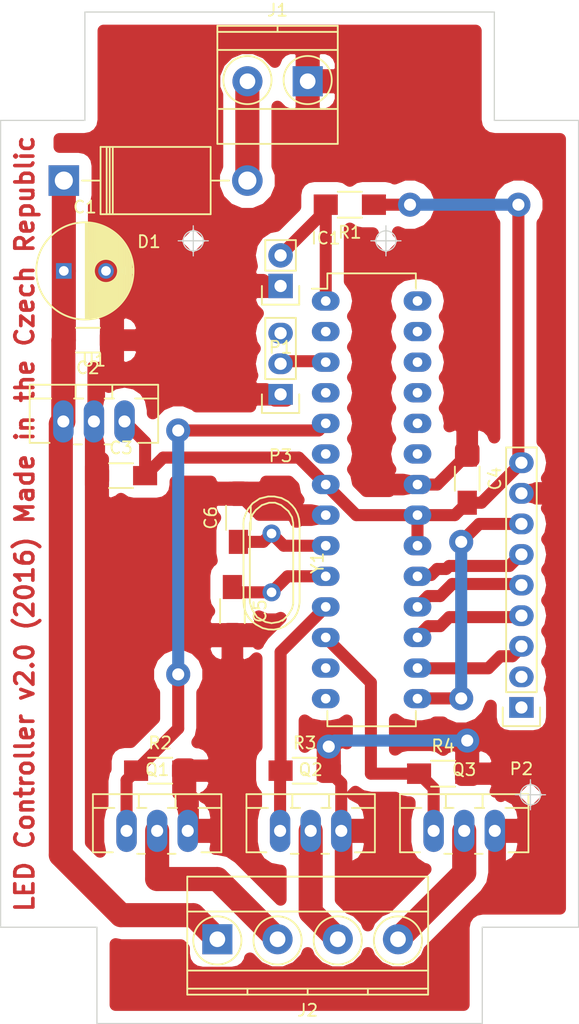
<source format=kicad_pcb>
(kicad_pcb (version 20160815) (host pcbnew no-vcs-found-undefined)

  (general
    (links 52)
    (no_connects 2)
    (area 146.949999 62.5925 195.467857 148.2925)
    (thickness 1.6)
    (drawings 19)
    (tracks 121)
    (zones 0)
    (modules 22)
    (nets 33)
  )

  (page A4)
  (layers
    (0 F.Cu jumper)
    (31 B.Cu mixed)
    (32 B.Adhes user)
    (33 F.Adhes user)
    (34 B.Paste user)
    (35 F.Paste user)
    (36 B.SilkS user)
    (37 F.SilkS user)
    (38 B.Mask user)
    (39 F.Mask user)
    (40 Dwgs.User user)
    (41 Cmts.User user)
    (42 Eco1.User user)
    (43 Eco2.User user)
    (44 Edge.Cuts user)
    (45 Margin user)
    (46 B.CrtYd user)
    (47 F.CrtYd user)
    (48 B.Fab user)
    (49 F.Fab user)
  )

  (setup
    (last_trace_width 1)
    (trace_clearance 0.2)
    (zone_clearance 1)
    (zone_45_only yes)
    (trace_min 0.2)
    (segment_width 0.2)
    (edge_width 0.1)
    (via_size 2)
    (via_drill 1)
    (via_min_size 0.4)
    (via_min_drill 0.3)
    (uvia_size 1.5)
    (uvia_drill 0.75)
    (uvias_allowed no)
    (uvia_min_size 0.2)
    (uvia_min_drill 0.1)
    (pcb_text_width 0.3)
    (pcb_text_size 1.5 1.5)
    (mod_edge_width 0.15)
    (mod_text_size 1 1)
    (mod_text_width 0.15)
    (pad_size 1.5 1.5)
    (pad_drill 0.6)
    (pad_to_mask_clearance 0)
    (aux_axis_origin 168.5 81)
    (visible_elements FFFFFF7F)
    (pcbplotparams
      (layerselection 0x00030_ffffffff)
      (usegerberextensions false)
      (excludeedgelayer true)
      (linewidth 0.100000)
      (plotframeref false)
      (viasonmask false)
      (mode 1)
      (useauxorigin false)
      (hpglpennumber 1)
      (hpglpenspeed 20)
      (hpglpendiameter 15)
      (psnegative false)
      (psa4output false)
      (plotreference true)
      (plotvalue true)
      (plotinvisibletext false)
      (padsonsilk false)
      (subtractmaskfromsilk false)
      (outputformat 1)
      (mirror false)
      (drillshape 0)
      (scaleselection 1)
      (outputdirectory ""))
  )

  (net 0 "")
  (net 1 GND)
  (net 2 "Net-(J2-Pad2)")
  (net 3 +12V)
  (net 4 "Net-(J2-Pad3)")
  (net 5 "Net-(J2-Pad4)")
  (net 6 "Net-(D1-Pad2)")
  (net 7 +5V)
  (net 8 "Net-(IC1-Pad5)")
  (net 9 "Net-(IC1-Pad11)")
  (net 10 "Net-(IC1-Pad12)")
  (net 11 "Net-(IC1-Pad1)")
  (net 12 /TR_RESET)
  (net 13 /SCK)
  (net 14 /MISO)
  (net 15 /MOSI)
  (net 16 /SS)
  (net 17 "Net-(P2-Pad2)")
  (net 18 "Net-(P2-Pad1)")
  (net 19 /RX)
  (net 20 /TX)
  (net 21 "Net-(IC1-Pad28)")
  (net 22 "Net-(IC1-Pad27)")
  (net 23 "Net-(IC1-Pad26)")
  (net 24 "Net-(IC1-Pad25)")
  (net 25 "Net-(IC1-Pad24)")
  (net 26 "Net-(IC1-Pad23)")
  (net 27 "Net-(IC1-Pad14)")
  (net 28 "Net-(IC1-Pad13)")
  (net 29 "Net-(C5-Pad1)")
  (net 30 "Net-(C6-Pad1)")
  (net 31 "Net-(IC1-Pad6)")
  (net 32 "Net-(IC1-Pad4)")

  (net_class Default "Toto je výchozí třída sítě."
    (clearance 0.2)
    (trace_width 1)
    (via_dia 2)
    (via_drill 1)
    (uvia_dia 1.5)
    (uvia_drill 0.75)
    (diff_pair_gap 0.25)
    (diff_pair_width 0.2)
    (add_net +5V)
    (add_net /MISO)
    (add_net /MOSI)
    (add_net /RX)
    (add_net /SCK)
    (add_net /SS)
    (add_net /TR_RESET)
    (add_net /TX)
    (add_net GND)
    (add_net "Net-(C5-Pad1)")
    (add_net "Net-(C6-Pad1)")
    (add_net "Net-(IC1-Pad1)")
    (add_net "Net-(IC1-Pad11)")
    (add_net "Net-(IC1-Pad12)")
    (add_net "Net-(IC1-Pad13)")
    (add_net "Net-(IC1-Pad14)")
    (add_net "Net-(IC1-Pad23)")
    (add_net "Net-(IC1-Pad24)")
    (add_net "Net-(IC1-Pad25)")
    (add_net "Net-(IC1-Pad26)")
    (add_net "Net-(IC1-Pad27)")
    (add_net "Net-(IC1-Pad28)")
    (add_net "Net-(IC1-Pad4)")
    (add_net "Net-(IC1-Pad5)")
    (add_net "Net-(IC1-Pad6)")
    (add_net "Net-(P2-Pad1)")
    (add_net "Net-(P2-Pad2)")
  )

  (net_class +12V ""
    (clearance 0.5)
    (trace_width 2)
    (via_dia 2)
    (via_drill 1)
    (uvia_dia 1.5)
    (uvia_drill 0.75)
    (diff_pair_gap 0.25)
    (diff_pair_width 0.2)
    (add_net +12V)
    (add_net "Net-(D1-Pad2)")
    (add_net "Net-(J2-Pad2)")
    (add_net "Net-(J2-Pad3)")
    (add_net "Net-(J2-Pad4)")
  )

  (module Capacitors_SMD:C_1206_HandSoldering (layer F.Cu) (tedit 541A9C03) (tstamp 582959A8)
    (at 185.75 102.75 270)
    (descr "Capacitor SMD 1206, hand soldering")
    (tags "capacitor 1206")
    (path /5827192C)
    (attr smd)
    (fp_text reference C4 (at 0 -2.3 270) (layer F.SilkS)
      (effects (font (size 1 1) (thickness 0.15)))
    )
    (fp_text value 100n (at 0 2.3 270) (layer F.Fab)
      (effects (font (size 1 1) (thickness 0.15)))
    )
    (fp_line (start -1 1.025) (end 1 1.025) (layer F.SilkS) (width 0.15))
    (fp_line (start 1 -1.025) (end -1 -1.025) (layer F.SilkS) (width 0.15))
    (fp_line (start 3.3 -1.15) (end 3.3 1.15) (layer F.CrtYd) (width 0.05))
    (fp_line (start -3.3 -1.15) (end -3.3 1.15) (layer F.CrtYd) (width 0.05))
    (fp_line (start -3.3 1.15) (end 3.3 1.15) (layer F.CrtYd) (width 0.05))
    (fp_line (start -3.3 -1.15) (end 3.3 -1.15) (layer F.CrtYd) (width 0.05))
    (fp_line (start -1.6 -0.8) (end 1.6 -0.8) (layer F.Fab) (width 0.15))
    (fp_line (start 1.6 -0.8) (end 1.6 0.8) (layer F.Fab) (width 0.15))
    (fp_line (start 1.6 0.8) (end -1.6 0.8) (layer F.Fab) (width 0.15))
    (fp_line (start -1.6 0.8) (end -1.6 -0.8) (layer F.Fab) (width 0.15))
    (pad 2 smd rect (at 2 0 270) (size 2 1.6) (layers F.Cu F.Paste F.Mask)
      (net 7 +5V))
    (pad 1 smd rect (at -2 0 270) (size 2 1.6) (layers F.Cu F.Paste F.Mask)
      (net 1 GND))
    (model Capacitors_SMD.3dshapes/C_1206_HandSoldering.wrl
      (at (xyz 0 0 0))
      (scale (xyz 1 1 1))
      (rotate (xyz 0 0 0))
    )
  )

  (module Capacitors_SMD:C_1206_HandSoldering (layer F.Cu) (tedit 541A9C03) (tstamp 58295A04)
    (at 154.25 91.25 180)
    (descr "Capacitor SMD 1206, hand soldering")
    (tags "capacitor 1206")
    (path /58270A6A)
    (attr smd)
    (fp_text reference C2 (at 0 -2.3 180) (layer F.SilkS)
      (effects (font (size 1 1) (thickness 0.15)))
    )
    (fp_text value 100n (at 0 2.3 180) (layer F.Fab)
      (effects (font (size 1 1) (thickness 0.15)))
    )
    (fp_line (start -1 1.025) (end 1 1.025) (layer F.SilkS) (width 0.15))
    (fp_line (start 1 -1.025) (end -1 -1.025) (layer F.SilkS) (width 0.15))
    (fp_line (start 3.3 -1.15) (end 3.3 1.15) (layer F.CrtYd) (width 0.05))
    (fp_line (start -3.3 -1.15) (end -3.3 1.15) (layer F.CrtYd) (width 0.05))
    (fp_line (start -3.3 1.15) (end 3.3 1.15) (layer F.CrtYd) (width 0.05))
    (fp_line (start -3.3 -1.15) (end 3.3 -1.15) (layer F.CrtYd) (width 0.05))
    (fp_line (start -1.6 -0.8) (end 1.6 -0.8) (layer F.Fab) (width 0.15))
    (fp_line (start 1.6 -0.8) (end 1.6 0.8) (layer F.Fab) (width 0.15))
    (fp_line (start 1.6 0.8) (end -1.6 0.8) (layer F.Fab) (width 0.15))
    (fp_line (start -1.6 0.8) (end -1.6 -0.8) (layer F.Fab) (width 0.15))
    (pad 2 smd rect (at 2 0 180) (size 2 1.6) (layers F.Cu F.Paste F.Mask)
      (net 3 +12V))
    (pad 1 smd rect (at -2 0 180) (size 2 1.6) (layers F.Cu F.Paste F.Mask)
      (net 1 GND))
    (model Capacitors_SMD.3dshapes/C_1206_HandSoldering.wrl
      (at (xyz 0 0 0))
      (scale (xyz 1 1 1))
      (rotate (xyz 0 0 0))
    )
  )

  (module Capacitors_SMD:C_1206_HandSoldering (layer F.Cu) (tedit 541A9C03) (tstamp 582959D6)
    (at 157 102.5)
    (descr "Capacitor SMD 1206, hand soldering")
    (tags "capacitor 1206")
    (path /5827101A)
    (attr smd)
    (fp_text reference C3 (at 0 -2.3) (layer F.SilkS)
      (effects (font (size 1 1) (thickness 0.15)))
    )
    (fp_text value 100n (at 0 2.3) (layer F.Fab)
      (effects (font (size 1 1) (thickness 0.15)))
    )
    (fp_line (start -1.6 0.8) (end -1.6 -0.8) (layer F.Fab) (width 0.15))
    (fp_line (start 1.6 0.8) (end -1.6 0.8) (layer F.Fab) (width 0.15))
    (fp_line (start 1.6 -0.8) (end 1.6 0.8) (layer F.Fab) (width 0.15))
    (fp_line (start -1.6 -0.8) (end 1.6 -0.8) (layer F.Fab) (width 0.15))
    (fp_line (start -3.3 -1.15) (end 3.3 -1.15) (layer F.CrtYd) (width 0.05))
    (fp_line (start -3.3 1.15) (end 3.3 1.15) (layer F.CrtYd) (width 0.05))
    (fp_line (start -3.3 -1.15) (end -3.3 1.15) (layer F.CrtYd) (width 0.05))
    (fp_line (start 3.3 -1.15) (end 3.3 1.15) (layer F.CrtYd) (width 0.05))
    (fp_line (start 1 -1.025) (end -1 -1.025) (layer F.SilkS) (width 0.15))
    (fp_line (start -1 1.025) (end 1 1.025) (layer F.SilkS) (width 0.15))
    (pad 1 smd rect (at -2 0) (size 2 1.6) (layers F.Cu F.Paste F.Mask)
      (net 1 GND))
    (pad 2 smd rect (at 2 0) (size 2 1.6) (layers F.Cu F.Paste F.Mask)
      (net 7 +5V))
    (model Capacitors_SMD.3dshapes/C_1206_HandSoldering.wrl
      (at (xyz 0 0 0))
      (scale (xyz 1 1 1))
      (rotate (xyz 0 0 0))
    )
  )

  (module Capacitors_SMD:C_1206_HandSoldering (layer F.Cu) (tedit 541A9C03) (tstamp 5829597A)
    (at 166.25 113.75 270)
    (descr "Capacitor SMD 1206, hand soldering")
    (tags "capacitor 1206")
    (path /582789E4)
    (attr smd)
    (fp_text reference C5 (at 0 -2.3 270) (layer F.SilkS)
      (effects (font (size 1 1) (thickness 0.15)))
    )
    (fp_text value 18p (at 0 2.3 270) (layer F.Fab)
      (effects (font (size 1 1) (thickness 0.15)))
    )
    (fp_line (start -1.6 0.8) (end -1.6 -0.8) (layer F.Fab) (width 0.15))
    (fp_line (start 1.6 0.8) (end -1.6 0.8) (layer F.Fab) (width 0.15))
    (fp_line (start 1.6 -0.8) (end 1.6 0.8) (layer F.Fab) (width 0.15))
    (fp_line (start -1.6 -0.8) (end 1.6 -0.8) (layer F.Fab) (width 0.15))
    (fp_line (start -3.3 -1.15) (end 3.3 -1.15) (layer F.CrtYd) (width 0.05))
    (fp_line (start -3.3 1.15) (end 3.3 1.15) (layer F.CrtYd) (width 0.05))
    (fp_line (start -3.3 -1.15) (end -3.3 1.15) (layer F.CrtYd) (width 0.05))
    (fp_line (start 3.3 -1.15) (end 3.3 1.15) (layer F.CrtYd) (width 0.05))
    (fp_line (start 1 -1.025) (end -1 -1.025) (layer F.SilkS) (width 0.15))
    (fp_line (start -1 1.025) (end 1 1.025) (layer F.SilkS) (width 0.15))
    (pad 1 smd rect (at -2 0 270) (size 2 1.6) (layers F.Cu F.Paste F.Mask)
      (net 29 "Net-(C5-Pad1)"))
    (pad 2 smd rect (at 2 0 270) (size 2 1.6) (layers F.Cu F.Paste F.Mask)
      (net 1 GND))
    (model Capacitors_SMD.3dshapes/C_1206_HandSoldering.wrl
      (at (xyz 0 0 0))
      (scale (xyz 1 1 1))
      (rotate (xyz 0 0 0))
    )
  )

  (module Capacitors_SMD:C_1206_HandSoldering (layer F.Cu) (tedit 541A9C03) (tstamp 5829594C)
    (at 166.75 106 90)
    (descr "Capacitor SMD 1206, hand soldering")
    (tags "capacitor 1206")
    (path /58278B6F)
    (attr smd)
    (fp_text reference C6 (at 0 -2.3 90) (layer F.SilkS)
      (effects (font (size 1 1) (thickness 0.15)))
    )
    (fp_text value 18p (at 0 2.3 90) (layer F.Fab)
      (effects (font (size 1 1) (thickness 0.15)))
    )
    (fp_line (start -1 1.025) (end 1 1.025) (layer F.SilkS) (width 0.15))
    (fp_line (start 1 -1.025) (end -1 -1.025) (layer F.SilkS) (width 0.15))
    (fp_line (start 3.3 -1.15) (end 3.3 1.15) (layer F.CrtYd) (width 0.05))
    (fp_line (start -3.3 -1.15) (end -3.3 1.15) (layer F.CrtYd) (width 0.05))
    (fp_line (start -3.3 1.15) (end 3.3 1.15) (layer F.CrtYd) (width 0.05))
    (fp_line (start -3.3 -1.15) (end 3.3 -1.15) (layer F.CrtYd) (width 0.05))
    (fp_line (start -1.6 -0.8) (end 1.6 -0.8) (layer F.Fab) (width 0.15))
    (fp_line (start 1.6 -0.8) (end 1.6 0.8) (layer F.Fab) (width 0.15))
    (fp_line (start 1.6 0.8) (end -1.6 0.8) (layer F.Fab) (width 0.15))
    (fp_line (start -1.6 0.8) (end -1.6 -0.8) (layer F.Fab) (width 0.15))
    (pad 2 smd rect (at 2 0 90) (size 2 1.6) (layers F.Cu F.Paste F.Mask)
      (net 1 GND))
    (pad 1 smd rect (at -2 0 90) (size 2 1.6) (layers F.Cu F.Paste F.Mask)
      (net 30 "Net-(C6-Pad1)"))
    (model Capacitors_SMD.3dshapes/C_1206_HandSoldering.wrl
      (at (xyz 0 0 0))
      (scale (xyz 1 1 1))
      (rotate (xyz 0 0 0))
    )
  )

  (module Capacitors_ThroughHole:C_Radial_D8_L11.5_P3.5 (layer F.Cu) (tedit 0) (tstamp 582958D4)
    (at 152.25 85.5)
    (descr "Radial Electrolytic Capacitor Diameter 8mm x Length 11.5mm, Pitch 3.5mm")
    (tags "Electrolytic Capacitor")
    (path /58270C3E)
    (fp_text reference C1 (at 1.75 -5.3) (layer F.SilkS)
      (effects (font (size 1 1) (thickness 0.15)))
    )
    (fp_text value 470u (at 1.75 5.3) (layer F.Fab)
      (effects (font (size 1 1) (thickness 0.15)))
    )
    (fp_circle (center 1.75 0) (end 1.75 -4.3) (layer F.CrtYd) (width 0.05))
    (fp_circle (center 1.75 0) (end 1.75 -4.0375) (layer F.SilkS) (width 0.15))
    (fp_circle (center 3.5 0) (end 3.5 -1) (layer F.SilkS) (width 0.15))
    (fp_line (start 5.745 -0.2) (end 5.745 0.2) (layer F.SilkS) (width 0.15))
    (fp_line (start 5.605 -1.067) (end 5.605 1.067) (layer F.SilkS) (width 0.15))
    (fp_line (start 5.465 -1.483) (end 5.465 1.483) (layer F.SilkS) (width 0.15))
    (fp_line (start 5.325 -1.794) (end 5.325 1.794) (layer F.SilkS) (width 0.15))
    (fp_line (start 5.185 -2.05) (end 5.185 2.05) (layer F.SilkS) (width 0.15))
    (fp_line (start 5.045 -2.268) (end 5.045 2.268) (layer F.SilkS) (width 0.15))
    (fp_line (start 4.905 -2.459) (end 4.905 2.459) (layer F.SilkS) (width 0.15))
    (fp_line (start 4.765 -2.629) (end 4.765 2.629) (layer F.SilkS) (width 0.15))
    (fp_line (start 4.625 -2.781) (end 4.625 2.781) (layer F.SilkS) (width 0.15))
    (fp_line (start 4.485 0.173) (end 4.485 2.919) (layer F.SilkS) (width 0.15))
    (fp_line (start 4.485 -2.919) (end 4.485 -0.173) (layer F.SilkS) (width 0.15))
    (fp_line (start 4.345 0.535) (end 4.345 3.044) (layer F.SilkS) (width 0.15))
    (fp_line (start 4.345 -3.044) (end 4.345 -0.535) (layer F.SilkS) (width 0.15))
    (fp_line (start 4.205 0.709) (end 4.205 3.158) (layer F.SilkS) (width 0.15))
    (fp_line (start 4.205 -3.158) (end 4.205 -0.709) (layer F.SilkS) (width 0.15))
    (fp_line (start 4.065 0.825) (end 4.065 3.262) (layer F.SilkS) (width 0.15))
    (fp_line (start 4.065 -3.262) (end 4.065 -0.825) (layer F.SilkS) (width 0.15))
    (fp_line (start 3.925 0.905) (end 3.925 3.357) (layer F.SilkS) (width 0.15))
    (fp_line (start 3.925 -3.357) (end 3.925 -0.905) (layer F.SilkS) (width 0.15))
    (fp_line (start 3.785 0.959) (end 3.785 3.444) (layer F.SilkS) (width 0.15))
    (fp_line (start 3.785 -3.444) (end 3.785 -0.959) (layer F.SilkS) (width 0.15))
    (fp_line (start 3.645 0.989) (end 3.645 3.523) (layer F.SilkS) (width 0.15))
    (fp_line (start 3.645 -3.523) (end 3.645 -0.989) (layer F.SilkS) (width 0.15))
    (fp_line (start 3.505 1) (end 3.505 3.594) (layer F.SilkS) (width 0.15))
    (fp_line (start 3.505 -3.594) (end 3.505 -1) (layer F.SilkS) (width 0.15))
    (fp_line (start 3.365 0.991) (end 3.365 3.659) (layer F.SilkS) (width 0.15))
    (fp_line (start 3.365 -3.659) (end 3.365 -0.991) (layer F.SilkS) (width 0.15))
    (fp_line (start 3.225 0.961) (end 3.225 3.718) (layer F.SilkS) (width 0.15))
    (fp_line (start 3.225 -3.718) (end 3.225 -0.961) (layer F.SilkS) (width 0.15))
    (fp_line (start 3.085 0.91) (end 3.085 3.771) (layer F.SilkS) (width 0.15))
    (fp_line (start 3.085 -3.771) (end 3.085 -0.91) (layer F.SilkS) (width 0.15))
    (fp_line (start 2.945 0.832) (end 2.945 3.817) (layer F.SilkS) (width 0.15))
    (fp_line (start 2.945 -3.817) (end 2.945 -0.832) (layer F.SilkS) (width 0.15))
    (fp_line (start 2.805 0.719) (end 2.805 3.858) (layer F.SilkS) (width 0.15))
    (fp_line (start 2.805 -3.858) (end 2.805 -0.719) (layer F.SilkS) (width 0.15))
    (fp_line (start 2.665 0.55) (end 2.665 3.894) (layer F.SilkS) (width 0.15))
    (fp_line (start 2.665 -3.894) (end 2.665 -0.55) (layer F.SilkS) (width 0.15))
    (fp_line (start 2.525 0.222) (end 2.525 3.924) (layer F.SilkS) (width 0.15))
    (fp_line (start 2.525 -3.924) (end 2.525 -0.222) (layer F.SilkS) (width 0.15))
    (fp_line (start 2.385 -3.949) (end 2.385 3.949) (layer F.SilkS) (width 0.15))
    (fp_line (start 2.245 -3.969) (end 2.245 3.969) (layer F.SilkS) (width 0.15))
    (fp_line (start 2.105 -3.984) (end 2.105 3.984) (layer F.SilkS) (width 0.15))
    (fp_line (start 1.965 -3.994) (end 1.965 3.994) (layer F.SilkS) (width 0.15))
    (fp_line (start 1.825 -3.999) (end 1.825 3.999) (layer F.SilkS) (width 0.15))
    (pad 1 thru_hole rect (at 0 0) (size 1.3 1.3) (drill 0.8) (layers *.Cu *.Mask)
      (net 3 +12V))
    (pad 2 thru_hole circle (at 3.5 0) (size 1.3 1.3) (drill 0.8) (layers *.Cu *.Mask)
      (net 1 GND))
    (model Capacitors_ThroughHole.3dshapes/C_Radial_D8_L11.5_P3.5.wrl
      (at (xyz 0 0 0))
      (scale (xyz 1 1 1))
      (rotate (xyz 0 0 0))
    )
  )

  (module Crystals:Crystal_HC49-U_Vertical (layer F.Cu) (tedit 0) (tstamp 5829582F)
    (at 169.5 109.75 270)
    (descr "Crystal Quarz HC49/U vertical stehend")
    (tags "Crystal Quarz HC49/U vertical stehend")
    (path /58278335)
    (fp_text reference Y1 (at 0 -3.81 270) (layer F.SilkS)
      (effects (font (size 1 1) (thickness 0.15)))
    )
    (fp_text value CRYSTAL (at 0 3.81 270) (layer F.Fab)
      (effects (font (size 1 1) (thickness 0.15)))
    )
    (fp_line (start -3.2004 -2.32918) (end 3.2512 -2.32918) (layer F.SilkS) (width 0.15))
    (fp_line (start 3.6703 2.29108) (end 4.16052 2.1209) (layer F.SilkS) (width 0.15))
    (fp_line (start 3.2512 2.32918) (end 3.6703 2.29108) (layer F.SilkS) (width 0.15))
    (fp_line (start -3.2004 2.32918) (end 3.2512 2.32918) (layer F.SilkS) (width 0.15))
    (fp_line (start 3.73126 -2.2606) (end 3.2893 -2.32918) (layer F.SilkS) (width 0.15))
    (fp_line (start 4.16052 -2.1209) (end 3.73126 -2.2606) (layer F.SilkS) (width 0.15))
    (fp_line (start 4.54914 -1.88976) (end 4.16052 -2.1209) (layer F.SilkS) (width 0.15))
    (fp_line (start 4.89966 -1.56972) (end 4.54914 -1.88976) (layer F.SilkS) (width 0.15))
    (fp_line (start 5.26034 -1.09982) (end 4.89966 -1.56972) (layer F.SilkS) (width 0.15))
    (fp_line (start 5.45084 -0.65024) (end 5.26034 -1.09982) (layer F.SilkS) (width 0.15))
    (fp_line (start 5.53974 -0.1905) (end 5.45084 -0.65024) (layer F.SilkS) (width 0.15))
    (fp_line (start 5.51942 0.26924) (end 5.53974 -0.1905) (layer F.SilkS) (width 0.15))
    (fp_line (start 5.4102 0.73914) (end 5.51942 0.26924) (layer F.SilkS) (width 0.15))
    (fp_line (start 5.11048 1.29032) (end 5.4102 0.73914) (layer F.SilkS) (width 0.15))
    (fp_line (start 4.85902 1.62052) (end 5.11048 1.29032) (layer F.SilkS) (width 0.15))
    (fp_line (start 4.53898 1.89992) (end 4.85902 1.62052) (layer F.SilkS) (width 0.15))
    (fp_line (start 4.16052 2.1209) (end 4.53898 1.89992) (layer F.SilkS) (width 0.15))
    (fp_line (start -3.6195 2.30886) (end -3.18008 2.33934) (layer F.SilkS) (width 0.15))
    (fp_line (start -4.06908 2.14884) (end -3.6195 2.30886) (layer F.SilkS) (width 0.15))
    (fp_line (start -4.49072 1.94056) (end -4.06908 2.14884) (layer F.SilkS) (width 0.15))
    (fp_line (start -4.95046 1.56972) (end -4.49072 1.94056) (layer F.SilkS) (width 0.15))
    (fp_line (start -5.34924 0.98044) (end -4.95046 1.56972) (layer F.SilkS) (width 0.15))
    (fp_line (start -5.51942 0.2794) (end -5.34924 0.98044) (layer F.SilkS) (width 0.15))
    (fp_line (start -5.51942 -0.23114) (end -5.51942 0.2794) (layer F.SilkS) (width 0.15))
    (fp_line (start -5.38988 -0.83058) (end -5.51942 -0.23114) (layer F.SilkS) (width 0.15))
    (fp_line (start -5.10032 -1.36906) (end -5.38988 -0.83058) (layer F.SilkS) (width 0.15))
    (fp_line (start -4.77012 -1.71958) (end -5.10032 -1.36906) (layer F.SilkS) (width 0.15))
    (fp_line (start -4.48056 -1.95072) (end -4.77012 -1.71958) (layer F.SilkS) (width 0.15))
    (fp_line (start -4.04876 -2.16916) (end -4.48056 -1.95072) (layer F.SilkS) (width 0.15))
    (fp_line (start -3.64998 -2.28092) (end -4.04876 -2.16916) (layer F.SilkS) (width 0.15))
    (fp_line (start -3.19024 -2.32918) (end -3.64998 -2.28092) (layer F.SilkS) (width 0.15))
    (fp_line (start 4.30022 -1.39954) (end 4.8006 -0.89916) (layer F.SilkS) (width 0.15))
    (fp_line (start 3.79984 -1.69926) (end 4.30022 -1.39954) (layer F.SilkS) (width 0.15))
    (fp_line (start 3.40106 -1.80086) (end 3.79984 -1.69926) (layer F.SilkS) (width 0.15))
    (fp_line (start -3.2004 -1.80086) (end 3.40106 -1.80086) (layer F.SilkS) (width 0.15))
    (fp_line (start -3.79984 -1.69926) (end -3.29946 -1.80086) (layer F.SilkS) (width 0.15))
    (fp_line (start -4.30022 -1.39954) (end -3.79984 -1.69926) (layer F.SilkS) (width 0.15))
    (fp_line (start -4.8006 -0.8001) (end -4.30022 -1.39954) (layer F.SilkS) (width 0.15))
    (fp_line (start -5.00126 -0.29972) (end -4.8006 -0.8001) (layer F.SilkS) (width 0.15))
    (fp_line (start -5.00126 0.20066) (end -5.00126 -0.29972) (layer F.SilkS) (width 0.15))
    (fp_line (start -4.8006 0.8001) (end -5.00126 0.20066) (layer F.SilkS) (width 0.15))
    (fp_line (start -4.39928 1.30048) (end -4.8006 0.8001) (layer F.SilkS) (width 0.15))
    (fp_line (start -4.0005 1.6002) (end -4.39928 1.30048) (layer F.SilkS) (width 0.15))
    (fp_line (start -3.29946 1.80086) (end -4.0005 1.6002) (layer F.SilkS) (width 0.15))
    (fp_line (start 3.29946 1.80086) (end -3.29946 1.80086) (layer F.SilkS) (width 0.15))
    (fp_line (start 3.8989 1.6002) (end 3.29946 1.80086) (layer F.SilkS) (width 0.15))
    (fp_line (start 4.50088 1.19888) (end 3.8989 1.6002) (layer F.SilkS) (width 0.15))
    (fp_line (start 4.89966 0.50038) (end 4.50088 1.19888) (layer F.SilkS) (width 0.15))
    (fp_line (start 5.00126 0) (end 4.89966 0.50038) (layer F.SilkS) (width 0.15))
    (fp_line (start 4.89966 -0.59944) (end 5.00126 0) (layer F.SilkS) (width 0.15))
    (fp_line (start 4.699 -1.00076) (end 4.89966 -0.59944) (layer F.SilkS) (width 0.15))
    (pad 2 thru_hole circle (at 2.44094 0 270) (size 1.50114 1.50114) (drill 0.8001) (layers *.Cu *.Mask)
      (net 29 "Net-(C5-Pad1)"))
    (pad 1 thru_hole circle (at -2.44094 0 270) (size 1.50114 1.50114) (drill 0.8001) (layers *.Cu *.Mask)
      (net 30 "Net-(C6-Pad1)"))
  )

  (module Diodes_ThroughHole:Diode_DO-201AD_Horizontal_RM15 (layer F.Cu) (tedit 552FFBC7) (tstamp 582957DA)
    (at 152.25 78)
    (descr "Diode DO-201AD Horizontal")
    (tags "Diode DO-201AD Horizontal SB320 SB340 SB360")
    (path /58270980)
    (fp_text reference D1 (at 7.06722 5.07704) (layer F.SilkS)
      (effects (font (size 1 1) (thickness 0.15)))
    )
    (fp_text value BY550-400 (at 7.82922 -4.82896) (layer F.Fab)
      (effects (font (size 1 1) (thickness 0.15)))
    )
    (fp_line (start 12.19322 2.79104) (end 3.04922 2.79104) (layer F.SilkS) (width 0.15))
    (fp_line (start 12.19322 -2.79696) (end 12.19322 2.79104) (layer F.SilkS) (width 0.15))
    (fp_line (start 3.04922 -2.79696) (end 12.19322 -2.79696) (layer F.SilkS) (width 0.15))
    (fp_line (start 3.04922 2.79104) (end 3.04922 -2.79696) (layer F.SilkS) (width 0.15))
    (fp_line (start 3.55722 -2.79696) (end 3.55722 2.79104) (layer F.SilkS) (width 0.15))
    (fp_line (start 3.81122 -2.79696) (end 3.81122 2.79104) (layer F.SilkS) (width 0.15))
    (fp_line (start 4.06522 -2.79696) (end 4.06522 2.79104) (layer F.SilkS) (width 0.15))
    (fp_line (start 3.04922 -0.00296) (end 1.52522 -0.00296) (layer F.SilkS) (width 0.15))
    (fp_line (start 12.19322 -0.00296) (end 13.71722 -0.00296) (layer F.SilkS) (width 0.15))
    (pad 1 thru_hole rect (at 0.00122 -0.00296 180) (size 2.54 2.54) (drill 1.50114) (layers *.Cu *.Mask)
      (net 3 +12V))
    (pad 2 thru_hole circle (at 15.24122 -0.00296 180) (size 2.54 2.54) (drill 1.50114) (layers *.Cu *.Mask)
      (net 6 "Net-(D1-Pad2)"))
  )

  (module Housings_DIP:DIP-28_W7.62mm_LongPads (layer F.Cu) (tedit 54130A77) (tstamp 58295777)
    (at 174 88)
    (descr "28-lead dip package, row spacing 7.62 mm (300 mils), longer pads")
    (tags "dil dip 2.54 300")
    (path /58279CDA)
    (fp_text reference IC1 (at 0 -5.22) (layer F.SilkS)
      (effects (font (size 1 1) (thickness 0.15)))
    )
    (fp_text value ATMEGA328P-P (at 0 -3.72) (layer F.Fab)
      (effects (font (size 1 1) (thickness 0.15)))
    )
    (fp_line (start 0.135 -1.025) (end -1.15 -1.025) (layer F.SilkS) (width 0.15))
    (fp_line (start 0.135 35.315) (end 7.485 35.315) (layer F.SilkS) (width 0.15))
    (fp_line (start 0.135 -2.295) (end 7.485 -2.295) (layer F.SilkS) (width 0.15))
    (fp_line (start 0.135 35.315) (end 0.135 34.045) (layer F.SilkS) (width 0.15))
    (fp_line (start 7.485 35.315) (end 7.485 34.045) (layer F.SilkS) (width 0.15))
    (fp_line (start 7.485 -2.295) (end 7.485 -1.025) (layer F.SilkS) (width 0.15))
    (fp_line (start 0.135 -2.295) (end 0.135 -1.025) (layer F.SilkS) (width 0.15))
    (fp_line (start -1.4 35.5) (end 9 35.5) (layer F.CrtYd) (width 0.05))
    (fp_line (start -1.4 -2.45) (end 9 -2.45) (layer F.CrtYd) (width 0.05))
    (fp_line (start 9 -2.45) (end 9 35.5) (layer F.CrtYd) (width 0.05))
    (fp_line (start -1.4 -2.45) (end -1.4 35.5) (layer F.CrtYd) (width 0.05))
    (pad 28 thru_hole oval (at 7.62 0) (size 2.3 1.6) (drill 0.8) (layers *.Cu *.Mask)
      (net 21 "Net-(IC1-Pad28)"))
    (pad 27 thru_hole oval (at 7.62 2.54) (size 2.3 1.6) (drill 0.8) (layers *.Cu *.Mask)
      (net 22 "Net-(IC1-Pad27)"))
    (pad 26 thru_hole oval (at 7.62 5.08) (size 2.3 1.6) (drill 0.8) (layers *.Cu *.Mask)
      (net 23 "Net-(IC1-Pad26)"))
    (pad 25 thru_hole oval (at 7.62 7.62) (size 2.3 1.6) (drill 0.8) (layers *.Cu *.Mask)
      (net 24 "Net-(IC1-Pad25)"))
    (pad 24 thru_hole oval (at 7.62 10.16) (size 2.3 1.6) (drill 0.8) (layers *.Cu *.Mask)
      (net 25 "Net-(IC1-Pad24)"))
    (pad 23 thru_hole oval (at 7.62 12.7) (size 2.3 1.6) (drill 0.8) (layers *.Cu *.Mask)
      (net 26 "Net-(IC1-Pad23)"))
    (pad 22 thru_hole oval (at 7.62 15.24) (size 2.3 1.6) (drill 0.8) (layers *.Cu *.Mask)
      (net 1 GND))
    (pad 21 thru_hole oval (at 7.62 17.78) (size 2.3 1.6) (drill 0.8) (layers *.Cu *.Mask)
      (net 7 +5V))
    (pad 20 thru_hole oval (at 7.62 20.32) (size 2.3 1.6) (drill 0.8) (layers *.Cu *.Mask)
      (net 7 +5V))
    (pad 19 thru_hole oval (at 7.62 22.86) (size 2.3 1.6) (drill 0.8) (layers *.Cu *.Mask)
      (net 13 /SCK))
    (pad 18 thru_hole oval (at 7.62 25.4) (size 2.3 1.6) (drill 0.8) (layers *.Cu *.Mask)
      (net 14 /MISO))
    (pad 17 thru_hole oval (at 7.62 27.94) (size 2.3 1.6) (drill 0.8) (layers *.Cu *.Mask)
      (net 15 /MOSI))
    (pad 16 thru_hole oval (at 7.62 30.48) (size 2.3 1.6) (drill 0.8) (layers *.Cu *.Mask)
      (net 16 /SS))
    (pad 15 thru_hole oval (at 7.62 33.02) (size 2.3 1.6) (drill 0.8) (layers *.Cu *.Mask)
      (net 12 /TR_RESET))
    (pad 14 thru_hole oval (at 0 33.02) (size 2.3 1.6) (drill 0.8) (layers *.Cu *.Mask)
      (net 27 "Net-(IC1-Pad14)"))
    (pad 13 thru_hole oval (at 0 30.48) (size 2.3 1.6) (drill 0.8) (layers *.Cu *.Mask)
      (net 28 "Net-(IC1-Pad13)"))
    (pad 12 thru_hole oval (at 0 27.94) (size 2.3 1.6) (drill 0.8) (layers *.Cu *.Mask)
      (net 10 "Net-(IC1-Pad12)"))
    (pad 11 thru_hole oval (at 0 25.4) (size 2.3 1.6) (drill 0.8) (layers *.Cu *.Mask)
      (net 9 "Net-(IC1-Pad11)"))
    (pad 10 thru_hole oval (at 0 22.86) (size 2.3 1.6) (drill 0.8) (layers *.Cu *.Mask)
      (net 29 "Net-(C5-Pad1)"))
    (pad 9 thru_hole oval (at 0 20.32) (size 2.3 1.6) (drill 0.8) (layers *.Cu *.Mask)
      (net 30 "Net-(C6-Pad1)"))
    (pad 8 thru_hole oval (at 0 17.78) (size 2.3 1.6) (drill 0.8) (layers *.Cu *.Mask)
      (net 1 GND))
    (pad 7 thru_hole oval (at 0 15.24) (size 2.3 1.6) (drill 0.8) (layers *.Cu *.Mask)
      (net 7 +5V))
    (pad 6 thru_hole oval (at 0 12.7) (size 2.3 1.6) (drill 0.8) (layers *.Cu *.Mask)
      (net 31 "Net-(IC1-Pad6)"))
    (pad 5 thru_hole oval (at 0 10.16) (size 2.3 1.6) (drill 0.8) (layers *.Cu *.Mask)
      (net 8 "Net-(IC1-Pad5)"))
    (pad 4 thru_hole oval (at 0 7.62) (size 2.3 1.6) (drill 0.8) (layers *.Cu *.Mask)
      (net 32 "Net-(IC1-Pad4)"))
    (pad 3 thru_hole oval (at 0 5.08) (size 2.3 1.6) (drill 0.8) (layers *.Cu *.Mask)
      (net 20 /TX))
    (pad 2 thru_hole oval (at 0 2.54) (size 2.3 1.6) (drill 0.8) (layers *.Cu *.Mask)
      (net 19 /RX))
    (pad 1 thru_hole oval (at 0 0) (size 2.3 1.6) (drill 0.8) (layers *.Cu *.Mask)
      (net 11 "Net-(IC1-Pad1)"))
    (model Housings_DIP.3dshapes/DIP-28_W7.62mm_LongPads.wrl
      (at (xyz 0 0 0))
      (scale (xyz 1 1 1))
      (rotate (xyz 0 0 0))
    )
  )

  (module Pin_Headers:Pin_Header_Straight_1x02 (layer F.Cu) (tedit 54EA090C) (tstamp 5829572C)
    (at 170.25 86.75 180)
    (descr "Through hole pin header")
    (tags "pin header")
    (path /582847B5)
    (fp_text reference P1 (at 0 -5.1 180) (layer F.SilkS)
      (effects (font (size 1 1) (thickness 0.15)))
    )
    (fp_text value CONN_01X02 (at 0 -3.1 180) (layer F.Fab)
      (effects (font (size 1 1) (thickness 0.15)))
    )
    (fp_line (start -1.27 3.81) (end 1.27 3.81) (layer F.SilkS) (width 0.15))
    (fp_line (start -1.27 1.27) (end -1.27 3.81) (layer F.SilkS) (width 0.15))
    (fp_line (start -1.55 -1.55) (end 1.55 -1.55) (layer F.SilkS) (width 0.15))
    (fp_line (start -1.55 0) (end -1.55 -1.55) (layer F.SilkS) (width 0.15))
    (fp_line (start 1.27 1.27) (end -1.27 1.27) (layer F.SilkS) (width 0.15))
    (fp_line (start -1.75 4.3) (end 1.75 4.3) (layer F.CrtYd) (width 0.05))
    (fp_line (start -1.75 -1.75) (end 1.75 -1.75) (layer F.CrtYd) (width 0.05))
    (fp_line (start 1.75 -1.75) (end 1.75 4.3) (layer F.CrtYd) (width 0.05))
    (fp_line (start -1.75 -1.75) (end -1.75 4.3) (layer F.CrtYd) (width 0.05))
    (fp_line (start 1.55 -1.55) (end 1.55 0) (layer F.SilkS) (width 0.15))
    (fp_line (start 1.27 1.27) (end 1.27 3.81) (layer F.SilkS) (width 0.15))
    (pad 2 thru_hole oval (at 0 2.54 180) (size 2.032 2.032) (drill 1.016) (layers *.Cu *.Mask)
      (net 11 "Net-(IC1-Pad1)"))
    (pad 1 thru_hole rect (at 0 0 180) (size 2.032 2.032) (drill 1.016) (layers *.Cu *.Mask)
      (net 1 GND))
    (model Pin_Headers.3dshapes/Pin_Header_Straight_1x02.wrl
      (at (xyz 0 -0.05 0))
      (scale (xyz 1 1 1))
      (rotate (xyz 0 0 90))
    )
  )

  (module Pin_Headers:Pin_Header_Straight_1x03 (layer F.Cu) (tedit 0) (tstamp 582956F9)
    (at 170.25 95.75 180)
    (descr "Through hole pin header")
    (tags "pin header")
    (path /58275BB9)
    (fp_text reference P3 (at 0 -5.1 180) (layer F.SilkS)
      (effects (font (size 1 1) (thickness 0.15)))
    )
    (fp_text value UART (at 0 -3.1 180) (layer F.Fab)
      (effects (font (size 1 1) (thickness 0.15)))
    )
    (fp_line (start -1.55 -1.55) (end 1.55 -1.55) (layer F.SilkS) (width 0.15))
    (fp_line (start -1.55 0) (end -1.55 -1.55) (layer F.SilkS) (width 0.15))
    (fp_line (start 1.27 1.27) (end -1.27 1.27) (layer F.SilkS) (width 0.15))
    (fp_line (start 1.55 -1.55) (end 1.55 0) (layer F.SilkS) (width 0.15))
    (fp_line (start 1.27 6.35) (end 1.27 1.27) (layer F.SilkS) (width 0.15))
    (fp_line (start -1.27 6.35) (end 1.27 6.35) (layer F.SilkS) (width 0.15))
    (fp_line (start -1.27 1.27) (end -1.27 6.35) (layer F.SilkS) (width 0.15))
    (fp_line (start -1.75 6.85) (end 1.75 6.85) (layer F.CrtYd) (width 0.05))
    (fp_line (start -1.75 -1.75) (end 1.75 -1.75) (layer F.CrtYd) (width 0.05))
    (fp_line (start 1.75 -1.75) (end 1.75 6.85) (layer F.CrtYd) (width 0.05))
    (fp_line (start -1.75 -1.75) (end -1.75 6.85) (layer F.CrtYd) (width 0.05))
    (pad 3 thru_hole oval (at 0 5.08 180) (size 2.032 1.7272) (drill 1.016) (layers *.Cu *.Mask)
      (net 19 /RX))
    (pad 2 thru_hole oval (at 0 2.54 180) (size 2.032 1.7272) (drill 1.016) (layers *.Cu *.Mask)
      (net 20 /TX))
    (pad 1 thru_hole rect (at 0 0 180) (size 2.032 1.7272) (drill 1.016) (layers *.Cu *.Mask)
      (net 1 GND))
    (model Pin_Headers.3dshapes/Pin_Header_Straight_1x03.wrl
      (at (xyz 0 -0.1 0))
      (scale (xyz 1 1 1))
      (rotate (xyz 0 0 90))
    )
  )

  (module Pin_Headers:Pin_Header_Straight_1x09 (layer F.Cu) (tedit 0) (tstamp 582956B9)
    (at 190.25 121.75 180)
    (descr "Through hole pin header")
    (tags "pin header")
    (path /5827249E)
    (fp_text reference P2 (at 0 -5.1 180) (layer F.SilkS)
      (effects (font (size 1 1) (thickness 0.15)))
    )
    (fp_text value "IQRF BB-01" (at 0 -3.1 180) (layer F.Fab)
      (effects (font (size 1 1) (thickness 0.15)))
    )
    (fp_line (start -1.55 -1.55) (end 1.55 -1.55) (layer F.SilkS) (width 0.15))
    (fp_line (start -1.55 0) (end -1.55 -1.55) (layer F.SilkS) (width 0.15))
    (fp_line (start 1.27 1.27) (end -1.27 1.27) (layer F.SilkS) (width 0.15))
    (fp_line (start 1.55 -1.55) (end 1.55 0) (layer F.SilkS) (width 0.15))
    (fp_line (start -1.27 21.59) (end -1.27 1.27) (layer F.SilkS) (width 0.15))
    (fp_line (start 1.27 21.59) (end -1.27 21.59) (layer F.SilkS) (width 0.15))
    (fp_line (start 1.27 1.27) (end 1.27 21.59) (layer F.SilkS) (width 0.15))
    (fp_line (start -1.75 22.1) (end 1.75 22.1) (layer F.CrtYd) (width 0.05))
    (fp_line (start -1.75 -1.75) (end 1.75 -1.75) (layer F.CrtYd) (width 0.05))
    (fp_line (start 1.75 -1.75) (end 1.75 22.1) (layer F.CrtYd) (width 0.05))
    (fp_line (start -1.75 -1.75) (end -1.75 22.1) (layer F.CrtYd) (width 0.05))
    (pad 9 thru_hole oval (at 0 20.32 180) (size 2.032 1.7272) (drill 1.016) (layers *.Cu *.Mask)
      (net 7 +5V))
    (pad 8 thru_hole oval (at 0 17.78 180) (size 2.032 1.7272) (drill 1.016) (layers *.Cu *.Mask)
      (net 1 GND))
    (pad 7 thru_hole oval (at 0 15.24 180) (size 2.032 1.7272) (drill 1.016) (layers *.Cu *.Mask)
      (net 12 /TR_RESET))
    (pad 6 thru_hole oval (at 0 12.7 180) (size 2.032 1.7272) (drill 1.016) (layers *.Cu *.Mask)
      (net 13 /SCK))
    (pad 5 thru_hole oval (at 0 10.16 180) (size 2.032 1.7272) (drill 1.016) (layers *.Cu *.Mask)
      (net 14 /MISO))
    (pad 4 thru_hole oval (at 0 7.62 180) (size 2.032 1.7272) (drill 1.016) (layers *.Cu *.Mask)
      (net 15 /MOSI))
    (pad 3 thru_hole oval (at 0 5.08 180) (size 2.032 1.7272) (drill 1.016) (layers *.Cu *.Mask)
      (net 16 /SS))
    (pad 2 thru_hole oval (at 0 2.54 180) (size 2.032 1.7272) (drill 1.016) (layers *.Cu *.Mask)
      (net 17 "Net-(P2-Pad2)"))
    (pad 1 thru_hole rect (at 0 0 180) (size 2.032 1.7272) (drill 1.016) (layers *.Cu *.Mask)
      (net 18 "Net-(P2-Pad1)"))
    (model Pin_Headers.3dshapes/Pin_Header_Straight_1x09.wrl
      (at (xyz 0 -0.4 0))
      (scale (xyz 1 1 1))
      (rotate (xyz 0 0 90))
    )
  )

  (module Resistors_SMD:R_1206_HandSoldering (layer F.Cu) (tedit 5418A20D) (tstamp 5829568B)
    (at 176 80 180)
    (descr "Resistor SMD 1206, hand soldering")
    (tags "resistor 1206")
    (path /58276C15)
    (attr smd)
    (fp_text reference R1 (at 0 -2.3 180) (layer F.SilkS)
      (effects (font (size 1 1) (thickness 0.15)))
    )
    (fp_text value 10k (at 0 2.3 180) (layer F.Fab)
      (effects (font (size 1 1) (thickness 0.15)))
    )
    (fp_line (start -3.3 -1.2) (end 3.3 -1.2) (layer F.CrtYd) (width 0.05))
    (fp_line (start -3.3 1.2) (end 3.3 1.2) (layer F.CrtYd) (width 0.05))
    (fp_line (start -3.3 -1.2) (end -3.3 1.2) (layer F.CrtYd) (width 0.05))
    (fp_line (start 3.3 -1.2) (end 3.3 1.2) (layer F.CrtYd) (width 0.05))
    (fp_line (start 1 1.075) (end -1 1.075) (layer F.SilkS) (width 0.15))
    (fp_line (start -1 -1.075) (end 1 -1.075) (layer F.SilkS) (width 0.15))
    (pad 1 smd rect (at -2 0 180) (size 2 1.7) (layers F.Cu F.Paste F.Mask)
      (net 7 +5V))
    (pad 2 smd rect (at 2 0 180) (size 2 1.7) (layers F.Cu F.Paste F.Mask)
      (net 11 "Net-(IC1-Pad1)"))
    (model Resistors_SMD.3dshapes/R_1206_HandSoldering.wrl
      (at (xyz 0 0 0))
      (scale (xyz 1 1 1))
      (rotate (xyz 0 0 0))
    )
  )

  (module Resistors_SMD:R_1206_HandSoldering (layer F.Cu) (tedit 5418A20D) (tstamp 58295669)
    (at 160.25 127)
    (descr "Resistor SMD 1206, hand soldering")
    (tags "resistor 1206")
    (path /58273531)
    (attr smd)
    (fp_text reference R2 (at 0 -2.3) (layer F.SilkS)
      (effects (font (size 1 1) (thickness 0.15)))
    )
    (fp_text value 10k (at 0 2.3) (layer F.Fab)
      (effects (font (size 1 1) (thickness 0.15)))
    )
    (fp_line (start -1 -1.075) (end 1 -1.075) (layer F.SilkS) (width 0.15))
    (fp_line (start 1 1.075) (end -1 1.075) (layer F.SilkS) (width 0.15))
    (fp_line (start 3.3 -1.2) (end 3.3 1.2) (layer F.CrtYd) (width 0.05))
    (fp_line (start -3.3 -1.2) (end -3.3 1.2) (layer F.CrtYd) (width 0.05))
    (fp_line (start -3.3 1.2) (end 3.3 1.2) (layer F.CrtYd) (width 0.05))
    (fp_line (start -3.3 -1.2) (end 3.3 -1.2) (layer F.CrtYd) (width 0.05))
    (pad 2 smd rect (at 2 0) (size 2 1.7) (layers F.Cu F.Paste F.Mask)
      (net 1 GND))
    (pad 1 smd rect (at -2 0) (size 2 1.7) (layers F.Cu F.Paste F.Mask)
      (net 8 "Net-(IC1-Pad5)"))
    (model Resistors_SMD.3dshapes/R_1206_HandSoldering.wrl
      (at (xyz 0 0 0))
      (scale (xyz 1 1 1))
      (rotate (xyz 0 0 0))
    )
  )

  (module Resistors_SMD:R_1206_HandSoldering (layer F.Cu) (tedit 5418A20D) (tstamp 58295647)
    (at 172.25 127)
    (descr "Resistor SMD 1206, hand soldering")
    (tags "resistor 1206")
    (path /58273673)
    (attr smd)
    (fp_text reference R3 (at 0 -2.3) (layer F.SilkS)
      (effects (font (size 1 1) (thickness 0.15)))
    )
    (fp_text value 10k (at 0 2.3) (layer F.Fab)
      (effects (font (size 1 1) (thickness 0.15)))
    )
    (fp_line (start -3.3 -1.2) (end 3.3 -1.2) (layer F.CrtYd) (width 0.05))
    (fp_line (start -3.3 1.2) (end 3.3 1.2) (layer F.CrtYd) (width 0.05))
    (fp_line (start -3.3 -1.2) (end -3.3 1.2) (layer F.CrtYd) (width 0.05))
    (fp_line (start 3.3 -1.2) (end 3.3 1.2) (layer F.CrtYd) (width 0.05))
    (fp_line (start 1 1.075) (end -1 1.075) (layer F.SilkS) (width 0.15))
    (fp_line (start -1 -1.075) (end 1 -1.075) (layer F.SilkS) (width 0.15))
    (pad 1 smd rect (at -2 0) (size 2 1.7) (layers F.Cu F.Paste F.Mask)
      (net 9 "Net-(IC1-Pad11)"))
    (pad 2 smd rect (at 2 0) (size 2 1.7) (layers F.Cu F.Paste F.Mask)
      (net 1 GND))
    (model Resistors_SMD.3dshapes/R_1206_HandSoldering.wrl
      (at (xyz 0 0 0))
      (scale (xyz 1 1 1))
      (rotate (xyz 0 0 0))
    )
  )

  (module Resistors_SMD:R_1206_HandSoldering (layer F.Cu) (tedit 5418A20D) (tstamp 58295625)
    (at 183.75 127.25)
    (descr "Resistor SMD 1206, hand soldering")
    (tags "resistor 1206")
    (path /582736D7)
    (attr smd)
    (fp_text reference R4 (at 0 -2.3) (layer F.SilkS)
      (effects (font (size 1 1) (thickness 0.15)))
    )
    (fp_text value 10k (at 0 2.3) (layer F.Fab)
      (effects (font (size 1 1) (thickness 0.15)))
    )
    (fp_line (start -1 -1.075) (end 1 -1.075) (layer F.SilkS) (width 0.15))
    (fp_line (start 1 1.075) (end -1 1.075) (layer F.SilkS) (width 0.15))
    (fp_line (start 3.3 -1.2) (end 3.3 1.2) (layer F.CrtYd) (width 0.05))
    (fp_line (start -3.3 -1.2) (end -3.3 1.2) (layer F.CrtYd) (width 0.05))
    (fp_line (start -3.3 1.2) (end 3.3 1.2) (layer F.CrtYd) (width 0.05))
    (fp_line (start -3.3 -1.2) (end 3.3 -1.2) (layer F.CrtYd) (width 0.05))
    (pad 2 smd rect (at 2 0) (size 2 1.7) (layers F.Cu F.Paste F.Mask)
      (net 1 GND))
    (pad 1 smd rect (at -2 0) (size 2 1.7) (layers F.Cu F.Paste F.Mask)
      (net 10 "Net-(IC1-Pad12)"))
    (model Resistors_SMD.3dshapes/R_1206_HandSoldering.wrl
      (at (xyz 0 0 0))
      (scale (xyz 1 1 1))
      (rotate (xyz 0 0 0))
    )
  )

  (module TO_SOT_Packages_THT:TO-220_Neutral123_Vertical_LargePads (layer F.Cu) (tedit 0) (tstamp 582955EB)
    (at 185.5 132)
    (descr "TO-220, Neutral, Vertical, Large Pads,")
    (tags "TO-220, Neutral, Vertical, Large Pads,")
    (path /58273179)
    (fp_text reference Q3 (at 0 -5.08) (layer F.SilkS)
      (effects (font (size 1 1) (thickness 0.15)))
    )
    (fp_text value IRLB8721PBF (at 0 3.81) (layer F.Fab)
      (effects (font (size 1 1) (thickness 0.15)))
    )
    (fp_line (start 5.334 -1.905) (end 3.429 -1.905) (layer F.SilkS) (width 0.15))
    (fp_line (start 0.889 -1.905) (end 1.651 -1.905) (layer F.SilkS) (width 0.15))
    (fp_line (start -1.524 -1.905) (end -1.651 -1.905) (layer F.SilkS) (width 0.15))
    (fp_line (start -1.524 -1.905) (end -0.889 -1.905) (layer F.SilkS) (width 0.15))
    (fp_line (start -5.334 -1.905) (end -3.556 -1.905) (layer F.SilkS) (width 0.15))
    (fp_line (start -5.334 1.778) (end -3.683 1.778) (layer F.SilkS) (width 0.15))
    (fp_line (start -1.016 1.905) (end -1.651 1.905) (layer F.SilkS) (width 0.15))
    (fp_line (start 1.524 1.905) (end 0.889 1.905) (layer F.SilkS) (width 0.15))
    (fp_line (start 5.334 1.778) (end 3.683 1.778) (layer F.SilkS) (width 0.15))
    (fp_line (start -1.524 -3.048) (end -1.524 -1.905) (layer F.SilkS) (width 0.15))
    (fp_line (start 1.524 -3.048) (end 1.524 -1.905) (layer F.SilkS) (width 0.15))
    (fp_line (start 5.334 -1.905) (end 5.334 1.778) (layer F.SilkS) (width 0.15))
    (fp_line (start -5.334 1.778) (end -5.334 -1.905) (layer F.SilkS) (width 0.15))
    (fp_line (start 5.334 -3.048) (end 5.334 -1.905) (layer F.SilkS) (width 0.15))
    (fp_line (start -5.334 -1.905) (end -5.334 -3.048) (layer F.SilkS) (width 0.15))
    (fp_line (start 0 -3.048) (end -5.334 -3.048) (layer F.SilkS) (width 0.15))
    (fp_line (start 0 -3.048) (end 5.334 -3.048) (layer F.SilkS) (width 0.15))
    (pad 2 thru_hole oval (at 0 0 90) (size 3.50012 1.69926) (drill 1.00076) (layers *.Cu *.Mask)
      (net 5 "Net-(J2-Pad4)"))
    (pad 1 thru_hole oval (at -2.54 0 90) (size 3.50012 1.69926) (drill 1.00076) (layers *.Cu *.Mask)
      (net 10 "Net-(IC1-Pad12)"))
    (pad 3 thru_hole oval (at 2.54 0 90) (size 3.50012 1.69926) (drill 1.00076) (layers *.Cu *.Mask)
      (net 1 GND))
    (model TO_SOT_Packages_THT.3dshapes/TO-220_Neutral123_Vertical_LargePads.wrl
      (at (xyz 0 0 0))
      (scale (xyz 0.3937 0.3937 0.3937))
      (rotate (xyz 0 0 0))
    )
  )

  (module TO_SOT_Packages_THT:TO-220_Neutral123_Vertical_LargePads (layer F.Cu) (tedit 0) (tstamp 582955A5)
    (at 172.75 132)
    (descr "TO-220, Neutral, Vertical, Large Pads,")
    (tags "TO-220, Neutral, Vertical, Large Pads,")
    (path /5827312F)
    (fp_text reference Q2 (at 0 -5.08) (layer F.SilkS)
      (effects (font (size 1 1) (thickness 0.15)))
    )
    (fp_text value IRLB8721PBF (at 0 3.81) (layer F.Fab)
      (effects (font (size 1 1) (thickness 0.15)))
    )
    (fp_line (start 0 -3.048) (end 5.334 -3.048) (layer F.SilkS) (width 0.15))
    (fp_line (start 0 -3.048) (end -5.334 -3.048) (layer F.SilkS) (width 0.15))
    (fp_line (start -5.334 -1.905) (end -5.334 -3.048) (layer F.SilkS) (width 0.15))
    (fp_line (start 5.334 -3.048) (end 5.334 -1.905) (layer F.SilkS) (width 0.15))
    (fp_line (start -5.334 1.778) (end -5.334 -1.905) (layer F.SilkS) (width 0.15))
    (fp_line (start 5.334 -1.905) (end 5.334 1.778) (layer F.SilkS) (width 0.15))
    (fp_line (start 1.524 -3.048) (end 1.524 -1.905) (layer F.SilkS) (width 0.15))
    (fp_line (start -1.524 -3.048) (end -1.524 -1.905) (layer F.SilkS) (width 0.15))
    (fp_line (start 5.334 1.778) (end 3.683 1.778) (layer F.SilkS) (width 0.15))
    (fp_line (start 1.524 1.905) (end 0.889 1.905) (layer F.SilkS) (width 0.15))
    (fp_line (start -1.016 1.905) (end -1.651 1.905) (layer F.SilkS) (width 0.15))
    (fp_line (start -5.334 1.778) (end -3.683 1.778) (layer F.SilkS) (width 0.15))
    (fp_line (start -5.334 -1.905) (end -3.556 -1.905) (layer F.SilkS) (width 0.15))
    (fp_line (start -1.524 -1.905) (end -0.889 -1.905) (layer F.SilkS) (width 0.15))
    (fp_line (start -1.524 -1.905) (end -1.651 -1.905) (layer F.SilkS) (width 0.15))
    (fp_line (start 0.889 -1.905) (end 1.651 -1.905) (layer F.SilkS) (width 0.15))
    (fp_line (start 5.334 -1.905) (end 3.429 -1.905) (layer F.SilkS) (width 0.15))
    (pad 3 thru_hole oval (at 2.54 0 90) (size 3.50012 1.69926) (drill 1.00076) (layers *.Cu *.Mask)
      (net 1 GND))
    (pad 1 thru_hole oval (at -2.54 0 90) (size 3.50012 1.69926) (drill 1.00076) (layers *.Cu *.Mask)
      (net 9 "Net-(IC1-Pad11)"))
    (pad 2 thru_hole oval (at 0 0 90) (size 3.50012 1.69926) (drill 1.00076) (layers *.Cu *.Mask)
      (net 4 "Net-(J2-Pad3)"))
    (model TO_SOT_Packages_THT.3dshapes/TO-220_Neutral123_Vertical_LargePads.wrl
      (at (xyz 0 0 0))
      (scale (xyz 0.3937 0.3937 0.3937))
      (rotate (xyz 0 0 0))
    )
  )

  (module TO_SOT_Packages_THT:TO-220_Neutral123_Vertical_LargePads (layer F.Cu) (tedit 0) (tstamp 5829555F)
    (at 160 132)
    (descr "TO-220, Neutral, Vertical, Large Pads,")
    (tags "TO-220, Neutral, Vertical, Large Pads,")
    (path /582730E3)
    (fp_text reference Q1 (at 0 -5.08) (layer F.SilkS)
      (effects (font (size 1 1) (thickness 0.15)))
    )
    (fp_text value IRLB8721PBF (at 0 3.81) (layer F.Fab)
      (effects (font (size 1 1) (thickness 0.15)))
    )
    (fp_line (start 5.334 -1.905) (end 3.429 -1.905) (layer F.SilkS) (width 0.15))
    (fp_line (start 0.889 -1.905) (end 1.651 -1.905) (layer F.SilkS) (width 0.15))
    (fp_line (start -1.524 -1.905) (end -1.651 -1.905) (layer F.SilkS) (width 0.15))
    (fp_line (start -1.524 -1.905) (end -0.889 -1.905) (layer F.SilkS) (width 0.15))
    (fp_line (start -5.334 -1.905) (end -3.556 -1.905) (layer F.SilkS) (width 0.15))
    (fp_line (start -5.334 1.778) (end -3.683 1.778) (layer F.SilkS) (width 0.15))
    (fp_line (start -1.016 1.905) (end -1.651 1.905) (layer F.SilkS) (width 0.15))
    (fp_line (start 1.524 1.905) (end 0.889 1.905) (layer F.SilkS) (width 0.15))
    (fp_line (start 5.334 1.778) (end 3.683 1.778) (layer F.SilkS) (width 0.15))
    (fp_line (start -1.524 -3.048) (end -1.524 -1.905) (layer F.SilkS) (width 0.15))
    (fp_line (start 1.524 -3.048) (end 1.524 -1.905) (layer F.SilkS) (width 0.15))
    (fp_line (start 5.334 -1.905) (end 5.334 1.778) (layer F.SilkS) (width 0.15))
    (fp_line (start -5.334 1.778) (end -5.334 -1.905) (layer F.SilkS) (width 0.15))
    (fp_line (start 5.334 -3.048) (end 5.334 -1.905) (layer F.SilkS) (width 0.15))
    (fp_line (start -5.334 -1.905) (end -5.334 -3.048) (layer F.SilkS) (width 0.15))
    (fp_line (start 0 -3.048) (end -5.334 -3.048) (layer F.SilkS) (width 0.15))
    (fp_line (start 0 -3.048) (end 5.334 -3.048) (layer F.SilkS) (width 0.15))
    (pad 2 thru_hole oval (at 0 0 90) (size 3.50012 1.69926) (drill 1.00076) (layers *.Cu *.Mask)
      (net 2 "Net-(J2-Pad2)"))
    (pad 1 thru_hole oval (at -2.54 0 90) (size 3.50012 1.69926) (drill 1.00076) (layers *.Cu *.Mask)
      (net 8 "Net-(IC1-Pad5)"))
    (pad 3 thru_hole oval (at 2.54 0 90) (size 3.50012 1.69926) (drill 1.00076) (layers *.Cu *.Mask)
      (net 1 GND))
    (model TO_SOT_Packages_THT.3dshapes/TO-220_Neutral123_Vertical_LargePads.wrl
      (at (xyz 0 0 0))
      (scale (xyz 0.3937 0.3937 0.3937))
      (rotate (xyz 0 0 0))
    )
  )

  (module TO_SOT_Packages_THT:TO-220_Neutral123_Vertical_LargePads (layer F.Cu) (tedit 0) (tstamp 58295519)
    (at 154.75 98)
    (descr "TO-220, Neutral, Vertical, Large Pads,")
    (tags "TO-220, Neutral, Vertical, Large Pads,")
    (path /58270F2F)
    (fp_text reference U1 (at 0 -5.08) (layer F.SilkS)
      (effects (font (size 1 1) (thickness 0.15)))
    )
    (fp_text value MC78M05CTG (at 0 3.81) (layer F.Fab)
      (effects (font (size 1 1) (thickness 0.15)))
    )
    (fp_line (start 0 -3.048) (end 5.334 -3.048) (layer F.SilkS) (width 0.15))
    (fp_line (start 0 -3.048) (end -5.334 -3.048) (layer F.SilkS) (width 0.15))
    (fp_line (start -5.334 -1.905) (end -5.334 -3.048) (layer F.SilkS) (width 0.15))
    (fp_line (start 5.334 -3.048) (end 5.334 -1.905) (layer F.SilkS) (width 0.15))
    (fp_line (start -5.334 1.778) (end -5.334 -1.905) (layer F.SilkS) (width 0.15))
    (fp_line (start 5.334 -1.905) (end 5.334 1.778) (layer F.SilkS) (width 0.15))
    (fp_line (start 1.524 -3.048) (end 1.524 -1.905) (layer F.SilkS) (width 0.15))
    (fp_line (start -1.524 -3.048) (end -1.524 -1.905) (layer F.SilkS) (width 0.15))
    (fp_line (start 5.334 1.778) (end 3.683 1.778) (layer F.SilkS) (width 0.15))
    (fp_line (start 1.524 1.905) (end 0.889 1.905) (layer F.SilkS) (width 0.15))
    (fp_line (start -1.016 1.905) (end -1.651 1.905) (layer F.SilkS) (width 0.15))
    (fp_line (start -5.334 1.778) (end -3.683 1.778) (layer F.SilkS) (width 0.15))
    (fp_line (start -5.334 -1.905) (end -3.556 -1.905) (layer F.SilkS) (width 0.15))
    (fp_line (start -1.524 -1.905) (end -0.889 -1.905) (layer F.SilkS) (width 0.15))
    (fp_line (start -1.524 -1.905) (end -1.651 -1.905) (layer F.SilkS) (width 0.15))
    (fp_line (start 0.889 -1.905) (end 1.651 -1.905) (layer F.SilkS) (width 0.15))
    (fp_line (start 5.334 -1.905) (end 3.429 -1.905) (layer F.SilkS) (width 0.15))
    (pad 3 thru_hole oval (at 2.54 0 90) (size 3.50012 1.69926) (drill 1.00076) (layers *.Cu *.Mask)
      (net 7 +5V))
    (pad 1 thru_hole oval (at -2.54 0 90) (size 3.50012 1.69926) (drill 1.00076) (layers *.Cu *.Mask)
      (net 3 +12V))
    (pad 2 thru_hole oval (at 0 0 90) (size 3.50012 1.69926) (drill 1.00076) (layers *.Cu *.Mask)
      (net 1 GND))
    (model TO_SOT_Packages_THT.3dshapes/TO-220_Neutral123_Vertical_LargePads.wrl
      (at (xyz 0 0 0))
      (scale (xyz 0.3937 0.3937 0.3937))
      (rotate (xyz 0 0 0))
    )
  )

  (module Terminal_Blocks:TerminalBlock_Pheonix_MKDS1.5-2pol (layer F.Cu) (tedit 563007E4) (tstamp 582954DB)
    (at 172.5 69.75 180)
    (descr "2-way 5mm pitch terminal block, Phoenix MKDS series")
    (path /58271362)
    (fp_text reference J1 (at 2.5 5.9 180) (layer F.SilkS)
      (effects (font (size 1 1) (thickness 0.15)))
    )
    (fp_text value DG300-5.0 (at 2.5 -6.6 180) (layer F.Fab)
      (effects (font (size 1 1) (thickness 0.15)))
    )
    (fp_line (start -2.5 -5.2) (end -2.5 4.6) (layer F.SilkS) (width 0.15))
    (fp_line (start 7.5 -5.2) (end -2.5 -5.2) (layer F.SilkS) (width 0.15))
    (fp_line (start 7.5 4.6) (end 7.5 -5.2) (layer F.SilkS) (width 0.15))
    (fp_line (start -2.5 4.6) (end 7.5 4.6) (layer F.SilkS) (width 0.15))
    (fp_line (start -2.5 4.1) (end 7.5 4.1) (layer F.SilkS) (width 0.15))
    (fp_line (start -2.5 -2.3) (end 7.5 -2.3) (layer F.SilkS) (width 0.15))
    (fp_line (start -2.5 2.6) (end 7.5 2.6) (layer F.SilkS) (width 0.15))
    (fp_circle (center 0 0.1) (end 2 0.1) (layer F.SilkS) (width 0.15))
    (fp_circle (center 5 0.1) (end 3 0.1) (layer F.SilkS) (width 0.15))
    (fp_line (start 2.5 4.1) (end 2.5 4.6) (layer F.SilkS) (width 0.15))
    (fp_line (start 7.7 -5.4) (end 7.7 4.8) (layer F.CrtYd) (width 0.05))
    (fp_line (start 7.7 4.8) (end -2.7 4.8) (layer F.CrtYd) (width 0.05))
    (fp_line (start -2.7 4.8) (end -2.7 -5.4) (layer F.CrtYd) (width 0.05))
    (fp_line (start -2.7 -5.4) (end 7.7 -5.4) (layer F.CrtYd) (width 0.05))
    (pad 2 thru_hole circle (at 5 0 180) (size 2.5 2.5) (drill 1.3) (layers *.Cu *.Mask)
      (net 6 "Net-(D1-Pad2)"))
    (pad 1 thru_hole rect (at 0 0 180) (size 2.5 2.5) (drill 1.3) (layers *.Cu *.Mask)
      (net 1 GND))
    (model Terminal_Blocks.3dshapes/TerminalBlock_Pheonix_MKDS1.5-2pol.wrl
      (at (xyz 0.0984 0 0))
      (scale (xyz 1 1 1))
      (rotate (xyz 0 0 0))
    )
  )

  (module Terminal_Blocks:TerminalBlock_Pheonix_MKDS1.5-4pol (layer F.Cu) (tedit 56300847) (tstamp 58295495)
    (at 165 141)
    (descr "4-way 5mm pitch terminal block, Phoenix MKDS series")
    (path /5827668B)
    (fp_text reference J2 (at 7.5 5.9) (layer F.SilkS)
      (effects (font (size 1 1) (thickness 0.15)))
    )
    (fp_text value "RGB LED" (at 7.5 -6.6) (layer F.Fab)
      (effects (font (size 1 1) (thickness 0.15)))
    )
    (fp_line (start -2.5 -5.2) (end -2.5 4.6) (layer F.SilkS) (width 0.15))
    (fp_line (start 17.5 -5.2) (end -2.5 -5.2) (layer F.SilkS) (width 0.15))
    (fp_line (start 17.5 4.6) (end 17.5 -5.2) (layer F.SilkS) (width 0.15))
    (fp_line (start -2.5 4.6) (end 17.5 4.6) (layer F.SilkS) (width 0.15))
    (fp_line (start -2.5 4.1) (end 17.5 4.1) (layer F.SilkS) (width 0.15))
    (fp_line (start -2.5 -2.3) (end 17.5 -2.3) (layer F.SilkS) (width 0.15))
    (fp_line (start -2.5 2.6) (end 17.5 2.6) (layer F.SilkS) (width 0.15))
    (fp_circle (center 0 0.1) (end 2 0.1) (layer F.SilkS) (width 0.15))
    (fp_circle (center 5 0.1) (end 3 0.1) (layer F.SilkS) (width 0.15))
    (fp_line (start 2.5 4.1) (end 2.5 4.6) (layer F.SilkS) (width 0.15))
    (fp_line (start 7.5 4.1) (end 7.5 4.6) (layer F.SilkS) (width 0.15))
    (fp_circle (center 10 0.1) (end 8 0.1) (layer F.SilkS) (width 0.15))
    (fp_circle (center 15 0.1) (end 13 0.1) (layer F.SilkS) (width 0.15))
    (fp_line (start 12.5 4.1) (end 12.5 4.6) (layer F.SilkS) (width 0.15))
    (fp_line (start 17.7 -5.4) (end 17.7 4.8) (layer F.CrtYd) (width 0.05))
    (fp_line (start 17.7 4.8) (end -2.7 4.8) (layer F.CrtYd) (width 0.05))
    (fp_line (start -2.7 4.8) (end -2.7 -5.4) (layer F.CrtYd) (width 0.05))
    (fp_line (start -2.7 -5.4) (end 17.7 -5.4) (layer F.CrtYd) (width 0.05))
    (pad 2 thru_hole circle (at 5 0) (size 2.5 2.5) (drill 1.3) (layers *.Cu *.Mask)
      (net 2 "Net-(J2-Pad2)"))
    (pad 1 thru_hole rect (at 0 0) (size 2.5 2.5) (drill 1.3) (layers *.Cu *.Mask)
      (net 3 +12V))
    (pad 3 thru_hole circle (at 10 0) (size 2.5 2.5) (drill 1.3) (layers *.Cu *.Mask)
      (net 4 "Net-(J2-Pad3)"))
    (pad 4 thru_hole circle (at 15 0) (size 2.5 2.5) (drill 1.3) (layers *.Cu *.Mask)
      (net 5 "Net-(J2-Pad4)"))
    (model Terminal_Blocks.3dshapes/TerminalBlock_Pheonix_MKDS1.5-4pol.wrl
      (at (xyz 0.2953 0 0))
      (scale (xyz 1 1 1))
      (rotate (xyz 0 0 0))
    )
  )

  (gr_text "LED Controller v2.0 (2016) Made in the Czech Republic" (at 149 106.5 90) (layer F.Cu)
    (effects (font (size 1.5 1.5) (thickness 0.3)))
  )
  (target plus (at 191 129) (size 2.5) (width 0.1) (layer Edge.Cuts))
  (target plus (at 163 83) (size 2.5) (width 0.1) (layer Edge.Cuts))
  (target plus (at 179 83) (size 2.5) (width 0.1) (layer Edge.Cuts))
  (gr_line (start 188 73) (end 189 73) (angle 90) (layer Edge.Cuts) (width 0.1))
  (gr_line (start 188 64) (end 188 73) (angle 90) (layer Edge.Cuts) (width 0.1))
  (gr_line (start 154 64) (end 188 64) (angle 90) (layer Edge.Cuts) (width 0.1))
  (gr_line (start 154 73) (end 154 64) (angle 90) (layer Edge.Cuts) (width 0.1))
  (gr_line (start 152 73) (end 154 73) (angle 90) (layer Edge.Cuts) (width 0.1))
  (gr_line (start 189 73) (end 195 73) (angle 90) (layer Edge.Cuts) (width 0.1))
  (gr_line (start 152 73) (end 147 73) (angle 90) (layer Edge.Cuts) (width 0.1))
  (gr_line (start 155 140) (end 155 148) (angle 90) (layer Edge.Cuts) (width 0.1))
  (gr_line (start 147 140) (end 155 140) (angle 90) (layer Edge.Cuts) (width 0.1))
  (gr_line (start 187 140) (end 195 140) (angle 90) (layer Edge.Cuts) (width 0.1))
  (gr_line (start 187 141) (end 187 140) (angle 90) (layer Edge.Cuts) (width 0.1))
  (gr_line (start 187 148) (end 187 141) (angle 90) (layer Edge.Cuts) (width 0.1))
  (gr_line (start 195 140) (end 195 73) (angle 90) (layer Edge.Cuts) (width 0.1))
  (gr_line (start 155 148) (end 187 148) (angle 90) (layer Edge.Cuts) (width 0.1))
  (gr_line (start 147 73) (end 147 140) (angle 90) (layer Edge.Cuts) (width 0.1))

  (segment (start 174.25 127) (end 174.25 125) (width 1) (layer F.Cu) (net 1))
  (segment (start 185.75 124.5) (end 185.75 127.25) (width 1) (layer F.Cu) (net 1) (tstamp 582854B5))
  (via (at 185.75 124.5) (size 2) (drill 1) (layers F.Cu B.Cu) (net 1))
  (segment (start 174.75 124.5) (end 185.75 124.5) (width 1) (layer B.Cu) (net 1) (tstamp 582854B3))
  (segment (start 174.25 125) (end 174.75 124.5) (width 1) (layer B.Cu) (net 1) (tstamp 582854B2))
  (via (at 174.25 125) (size 2) (drill 1) (layers F.Cu B.Cu) (net 1))
  (segment (start 181.62 103.24) (end 183.26 103.24) (width 1) (layer F.Cu) (net 1))
  (segment (start 183.26 103.24) (end 185.75 100.75) (width 1) (layer F.Cu) (net 1) (tstamp 5828549B))
  (segment (start 175.29 132) (end 175.29 128.04) (width 1) (layer F.Cu) (net 1))
  (segment (start 175.29 128.04) (end 174.25 127) (width 1) (layer F.Cu) (net 1) (tstamp 58283B27))
  (segment (start 166.75 104) (end 168.5 105.75) (width 1) (layer F.Cu) (net 1) (status 80000))
  (segment (start 168.5 105.75) (end 174 105.75) (width 1) (layer F.Cu) (net 1) (status 80000))
  (segment (start 174 105.75) (end 174 105.78) (width 1) (layer F.Cu) (net 1) (tstamp 58297607) (status 80000))
  (segment (start 170 141) (end 165 136) (width 2) (layer F.Cu) (net 2))
  (segment (start 160 136) (end 160 132) (width 2) (layer F.Cu) (net 2) (tstamp 582976EA))
  (segment (start 165 136) (end 160 136) (width 2) (layer F.Cu) (net 2) (tstamp 582976E9))
  (segment (start 152.21 98) (end 152.21 91.29) (width 2) (layer F.Cu) (net 3))
  (segment (start 152.21 91.29) (end 152.25 91.25) (width 2) (layer F.Cu) (net 3) (tstamp 58283B33))
  (segment (start 152.25 91.25) (end 152.25 85.5) (width 2) (layer F.Cu) (net 3))
  (segment (start 152.25 85.5) (end 152.25 77.99826) (width 2) (layer F.Cu) (net 3))
  (segment (start 152.25 77.99826) (end 152.25122 77.99704) (width 2) (layer F.Cu) (net 3) (tstamp 58283B2E))
  (segment (start 165 141) (end 163 139) (width 2) (layer F.Cu) (net 3))
  (segment (start 152 134) (end 152 98.21) (width 2) (layer F.Cu) (net 3) (tstamp 582976D1))
  (segment (start 157 139) (end 152 134) (width 2) (layer F.Cu) (net 3) (tstamp 582976D0))
  (segment (start 163 139) (end 157 139) (width 2) (layer F.Cu) (net 3) (tstamp 582976CF))
  (segment (start 152 98.21) (end 152.21 98) (width 2) (layer F.Cu) (net 3) (tstamp 582976D2))
  (segment (start 175 141) (end 172.75 138.75) (width 2) (layer F.Cu) (net 4))
  (segment (start 172.75 138.75) (end 172.75 132) (width 2) (layer F.Cu) (net 4) (tstamp 582976C3))
  (segment (start 180 141) (end 185.5 135.5) (width 2) (layer F.Cu) (net 5))
  (segment (start 185.5 135.5) (end 185.5 132) (width 2) (layer F.Cu) (net 5) (tstamp 582976C0))
  (segment (start 167.49122 77.99704) (end 167.49122 69.75878) (width 2) (layer F.Cu) (net 6))
  (segment (start 167.49122 69.75878) (end 167.5 69.75) (width 2) (layer F.Cu) (net 6) (tstamp 58283B2A))
  (segment (start 185.75 104.75) (end 186.93 104.75) (width 1) (layer F.Cu) (net 7))
  (segment (start 186.93 104.75) (end 190.25 101.43) (width 1) (layer F.Cu) (net 7) (tstamp 582854A2))
  (segment (start 181.62 105.78) (end 184.72 105.78) (width 1) (layer F.Cu) (net 7))
  (segment (start 184.72 105.78) (end 185.75 104.75) (width 1) (layer F.Cu) (net 7) (tstamp 5828549E))
  (segment (start 178 80) (end 181 80) (width 1) (layer F.Cu) (net 7))
  (segment (start 190 80) (end 190 101.18) (width 1) (layer F.Cu) (net 7) (tstamp 5829767A))
  (via (at 190 80) (size 2) (drill 1) (layers F.Cu B.Cu) (net 7))
  (segment (start 181 80) (end 190 80) (width 1) (layer B.Cu) (net 7) (tstamp 58297677))
  (via (at 181 80) (size 2) (drill 1) (layers F.Cu B.Cu) (net 7))
  (segment (start 190 101.18) (end 190.25 101.43) (width 1) (layer F.Cu) (net 7) (tstamp 5829767B))
  (segment (start 190.25 101.43) (end 190 101.18) (width 1) (layer F.Cu) (net 7))
  (segment (start 174 103.24) (end 171.76 101) (width 1) (layer F.Cu) (net 7))
  (segment (start 160.5 101) (end 159 102.5) (width 1) (layer F.Cu) (net 7) (tstamp 5829761C))
  (segment (start 171.76 101) (end 160.5 101) (width 1) (layer F.Cu) (net 7) (tstamp 5829761B))
  (segment (start 157.29 98) (end 159 99.71) (width 1) (layer F.Cu) (net 7))
  (segment (start 159 99.71) (end 159 102.5) (width 1) (layer F.Cu) (net 7) (tstamp 582967BA))
  (segment (start 174 103.24) (end 176.54 105.78) (width 1) (layer F.Cu) (net 7))
  (segment (start 176.54 105.78) (end 181.62 105.78) (width 1) (layer F.Cu) (net 7) (tstamp 582967B8))
  (segment (start 190.25 101.43) (end 190.18 101.5) (width 1) (layer F.Cu) (net 7) (status 30))
  (segment (start 181.62 105.78) (end 181.84 106) (width 1) (layer F.Cu) (net 7))
  (segment (start 181.62 108.32) (end 181.62 105.78) (width 1) (layer F.Cu) (net 7))
  (segment (start 158.25 127) (end 161.75 123.5) (width 1) (layer F.Cu) (net 8))
  (segment (start 161.75 98.75) (end 173.41 98.75) (width 1) (layer F.Cu) (net 8) (tstamp 58297630))
  (via (at 161.75 98.75) (size 2) (drill 1) (layers F.Cu B.Cu) (net 8))
  (segment (start 161.75 119) (end 161.75 98.75) (width 1) (layer B.Cu) (net 8) (tstamp 5829762D))
  (via (at 161.75 119) (size 2) (drill 1) (layers F.Cu B.Cu) (net 8))
  (segment (start 161.75 123.5) (end 161.75 119) (width 1) (layer F.Cu) (net 8) (tstamp 5829762B))
  (segment (start 173.41 98.75) (end 174 98.16) (width 1) (layer F.Cu) (net 8) (tstamp 58297631))
  (segment (start 158.25 127) (end 157.46 127.79) (width 1) (layer F.Cu) (net 8))
  (segment (start 157.46 127.79) (end 157.46 132) (width 1) (layer F.Cu) (net 8) (tstamp 582967CD))
  (segment (start 174 113.4) (end 170.25 117.15) (width 1) (layer F.Cu) (net 9))
  (segment (start 170.25 117.15) (end 170.25 127) (width 1) (layer F.Cu) (net 9) (tstamp 58297619))
  (segment (start 170.25 127) (end 170.21 127.04) (width 1) (layer F.Cu) (net 9))
  (segment (start 170.21 127.04) (end 170.21 132) (width 1) (layer F.Cu) (net 9) (tstamp 582967CF))
  (segment (start 181.75 127.25) (end 177.75 127.25) (width 1) (layer F.Cu) (net 10))
  (segment (start 177.75 119.69) (end 174 115.94) (width 1) (layer F.Cu) (net 10) (tstamp 582967D6))
  (segment (start 177.75 127.25) (end 177.75 119.69) (width 1) (layer F.Cu) (net 10) (tstamp 582967D5))
  (segment (start 181.75 127.25) (end 182.96 128.46) (width 1) (layer F.Cu) (net 10))
  (segment (start 182.96 128.46) (end 182.96 132) (width 1) (layer F.Cu) (net 10) (tstamp 582967D2))
  (segment (start 174 88) (end 174 80) (width 1) (layer F.Cu) (net 11))
  (segment (start 174 80) (end 174 80.46) (width 1) (layer F.Cu) (net 11) (tstamp 5829767E))
  (segment (start 174 80.46) (end 170.25 84.21) (width 1) (layer F.Cu) (net 11) (tstamp 5829767F))
  (segment (start 170.25 84.25) (end 170.25 84.21) (width 1) (layer F.Cu) (net 11) (tstamp 582970EB) (status 80000))
  (segment (start 185.25 108.5) (end 185.25 108) (width 1) (layer B.Cu) (net 12))
  (segment (start 185.25 121) (end 185.25 108.5) (width 1) (layer B.Cu) (net 12) (tstamp 58297613))
  (via (at 185.25 121) (size 2) (drill 1) (layers F.Cu B.Cu) (net 12))
  (segment (start 181.64 121) (end 185.25 121) (width 1) (layer F.Cu) (net 12) (tstamp 58297611))
  (segment (start 186.74 106.51) (end 190.25 106.51) (width 1) (layer F.Cu) (net 12) (tstamp 582854A8))
  (segment (start 185.25 108) (end 186.74 106.51) (width 1) (layer F.Cu) (net 12) (tstamp 582854A7))
  (via (at 185.25 108) (size 2) (drill 1) (layers F.Cu B.Cu) (net 12))
  (segment (start 181.62 121.02) (end 181.64 121) (width 1) (layer F.Cu) (net 12))
  (segment (start 190.25 109.05) (end 190.25 109) (width 1) (layer F.Cu) (net 13) (status 80000))
  (segment (start 190.25 109) (end 189.25 110) (width 1) (layer F.Cu) (net 13) (status 80000))
  (segment (start 189.25 110) (end 184.25 110) (width 1) (layer F.Cu) (net 13) (status 80000))
  (segment (start 184.25 110) (end 184 110.25) (width 1) (layer F.Cu) (net 13) (status 80000))
  (segment (start 184 110.25) (end 183.25 110.25) (width 1) (layer F.Cu) (net 13) (status 80000))
  (segment (start 183.25 110.25) (end 182.75 110.75) (width 1) (layer F.Cu) (net 13) (status 80000))
  (segment (start 182.75 110.75) (end 181.5 110.75) (width 1) (layer F.Cu) (net 13) (status 80000))
  (segment (start 181.5 110.75) (end 181.62 110.86) (width 1) (layer F.Cu) (net 13) (tstamp 58296E5C) (status 80000))
  (segment (start 181.62 113.4) (end 181.5 113.5) (width 1) (layer F.Cu) (net 14) (status 80000))
  (segment (start 181.5 113.5) (end 182.5 112.5) (width 1) (layer F.Cu) (net 14) (status 80000))
  (segment (start 182.5 112.5) (end 183.5 112.5) (width 1) (layer F.Cu) (net 14) (status 80000))
  (segment (start 183.5 112.5) (end 184.5 111.5) (width 1) (layer F.Cu) (net 14) (status 80000))
  (segment (start 184.5 111.5) (end 190.25 111.5) (width 1) (layer F.Cu) (net 14) (status 80020))
  (segment (start 190.25 111.5) (end 190.25 111.59) (width 1) (layer F.Cu) (net 14) (tstamp 58296A67) (status 80030))
  (segment (start 181.62 115.94) (end 181.5 116) (width 1) (layer F.Cu) (net 15) (status 80000))
  (segment (start 181.5 116) (end 182.5 115) (width 1) (layer F.Cu) (net 15) (status 80000))
  (segment (start 182.5 115) (end 183.5 115) (width 1) (layer F.Cu) (net 15) (status 80000))
  (segment (start 183.5 115) (end 184.25 114.25) (width 1) (layer F.Cu) (net 15) (status 80000))
  (segment (start 184.25 114.25) (end 190.25 114.25) (width 1) (layer F.Cu) (net 15) (status 80020))
  (segment (start 190.25 114.25) (end 190.25 114.13) (width 1) (layer F.Cu) (net 15) (tstamp 58296920) (status 80030))
  (segment (start 190.25 116.67) (end 190.25 116.75) (width 1) (layer F.Cu) (net 16) (status 80000))
  (segment (start 190.25 116.75) (end 189.5 117.5) (width 1) (layer F.Cu) (net 16) (status 80000))
  (segment (start 189.5 117.5) (end 188.5 117.5) (width 1) (layer F.Cu) (net 16) (status 80000))
  (segment (start 188.5 117.5) (end 187.5 118.5) (width 1) (layer F.Cu) (net 16) (status 80000))
  (segment (start 187.5 118.5) (end 181.5 118.5) (width 1) (layer F.Cu) (net 16) (status 80000))
  (segment (start 181.5 118.5) (end 181.62 118.48) (width 1) (layer F.Cu) (net 16) (tstamp 58296FA3) (status 80000))
  (segment (start 170.25 93.21) (end 170.25 93.25) (width 1) (layer F.Cu) (net 20) (status 80000))
  (segment (start 170.25 93.25) (end 170.5 93) (width 1) (layer F.Cu) (net 20) (status 80000))
  (segment (start 170.5 93) (end 174 93) (width 1) (layer F.Cu) (net 20) (status 80000))
  (segment (start 174 93) (end 174 93.08) (width 1) (layer F.Cu) (net 20) (tstamp 58297378) (status 80000))
  (segment (start 166.25 111.75) (end 166.69094 112.19094) (width 1) (layer F.Cu) (net 29))
  (segment (start 166.69094 112.19094) (end 169.5 112.19094) (width 1) (layer F.Cu) (net 29) (tstamp 582967B2))
  (segment (start 169.5 112.19094) (end 170.83094 110.86) (width 1) (layer F.Cu) (net 29))
  (segment (start 170.83094 110.86) (end 174 110.86) (width 1) (layer F.Cu) (net 29) (tstamp 582967B0))
  (segment (start 169.5 107.30906) (end 168.80906 108) (width 1) (layer F.Cu) (net 30))
  (segment (start 168.80906 108) (end 166.75 108) (width 1) (layer F.Cu) (net 30) (tstamp 582967B5))
  (segment (start 169.5 107.30906) (end 170.51094 108.32) (width 1) (layer F.Cu) (net 30))
  (segment (start 170.51094 108.32) (end 174 108.32) (width 1) (layer F.Cu) (net 30) (tstamp 582967AD))

  (zone (net 1) (net_name GND) (layer F.Cu) (tstamp 58278AD4) (hatch edge 0.508)
    (connect_pads (clearance 1))
    (min_thickness 1)
    (fill yes (arc_segments 16) (thermal_gap 1) (thermal_bridge_width 2))
    (polygon
      (pts
        (xy 188 73) (xy 195 73) (xy 195 140) (xy 187 140) (xy 187 148)
        (xy 155 148) (xy 155 140) (xy 147 140) (xy 147 73) (xy 154 73)
        (xy 154 64) (xy 188 64)
      )
    )
    (filled_polygon
      (pts
        (xy 186.45 73) (xy 186.567987 73.593159) (xy 186.903984 74.096016) (xy 187.406841 74.432013) (xy 188 74.55)
        (xy 193.45 74.55) (xy 193.45 138.45) (xy 187 138.45) (xy 186.406841 138.567987) (xy 185.903984 138.903984)
        (xy 185.567987 139.406841) (xy 185.45 140) (xy 185.45 146.45) (xy 156.55 146.45) (xy 156.55 141.41049)
        (xy 157 141.5) (xy 161.964466 141.5) (xy 162.220614 141.756148) (xy 162.220614 142.25) (xy 162.337032 142.835271)
        (xy 162.668561 143.331439) (xy 163.164729 143.662968) (xy 163.75 143.779386) (xy 166.25 143.779386) (xy 166.835271 143.662968)
        (xy 167.331439 143.331439) (xy 167.662968 142.835271) (xy 167.710056 142.598542) (xy 168.440216 143.329977) (xy 169.450591 143.749522)
        (xy 170.544609 143.750477) (xy 171.555715 143.332696) (xy 172.329977 142.559784) (xy 172.4999 142.150566) (xy 172.667304 142.555715)
        (xy 173.440216 143.329977) (xy 174.450591 143.749522) (xy 175.544609 143.750477) (xy 176.555715 143.332696) (xy 177.329977 142.559784)
        (xy 177.4999 142.150566) (xy 177.667304 142.555715) (xy 178.440216 143.329977) (xy 179.450591 143.749522) (xy 180.544609 143.750477)
        (xy 181.555715 143.332696) (xy 182.329977 142.559784) (xy 182.581512 141.954022) (xy 187.267767 137.267767) (xy 187.8097 136.456708)
        (xy 188 135.5) (xy 188 132.5) (xy 188.464815 132.5) (xy 188.464815 134.828822) (xy 188.82109 135.11643)
        (xy 189.769842 134.6001) (xy 190.288601 133.808739) (xy 190.465031 132.879096) (xy 190.056837 132.5) (xy 188.464815 132.5)
        (xy 188 132.5) (xy 188 132) (xy 187.896566 131.48) (xy 188.464815 131.48) (xy 188.464815 131.5)
        (xy 190.056837 131.5) (xy 190.465031 131.120904) (xy 190.288601 130.191261) (xy 189.916464 129.62357) (xy 190.646447 130.353553)
        (xy 190.808658 130.46194) (xy 191 130.5) (xy 191.191342 130.46194) (xy 191.353553 130.353553) (xy 192.353553 129.353553)
        (xy 192.46194 129.191342) (xy 192.5 129) (xy 192.46194 128.808658) (xy 192.353553 128.646447) (xy 191.353553 127.646447)
        (xy 191.191342 127.53806) (xy 191 127.5) (xy 190.808658 127.53806) (xy 190.646447 127.646447) (xy 189.646447 128.646447)
        (xy 189.53806 128.808658) (xy 189.5 129) (xy 189.53806 129.191342) (xy 189.624599 129.320856) (xy 188.82109 128.88357)
        (xy 188.540002 129.110482) (xy 188.540002 128.74994) (xy 188.104374 128.74994) (xy 188.25 128.398368) (xy 188.25 128.05)
        (xy 187.875 127.675) (xy 186.25 127.675) (xy 186.25 127.77) (xy 185.25 127.77) (xy 185.25 127.675)
        (xy 185.23 127.675) (xy 185.23 126.825) (xy 185.25 126.825) (xy 185.25 125.275) (xy 186.25 125.275)
        (xy 186.25 126.825) (xy 187.875 126.825) (xy 188.25 126.45) (xy 188.25 126.101632) (xy 188.021639 125.550319)
        (xy 187.599682 125.128362) (xy 187.048369 124.9) (xy 186.625 124.9) (xy 186.25 125.275) (xy 185.25 125.275)
        (xy 184.875 124.9) (xy 184.451631 124.9) (xy 183.900318 125.128362) (xy 183.758713 125.269967) (xy 183.335271 124.987032)
        (xy 182.75 124.870614) (xy 180.75 124.870614) (xy 180.164729 124.987032) (xy 179.77117 125.25) (xy 179.75 125.25)
        (xy 179.75 122.752094) (xy 180.337911 123.144923) (xy 181.218083 123.32) (xy 182.021917 123.32) (xy 182.902089 123.144923)
        (xy 183.118982 123) (xy 183.71406 123) (xy 183.832015 123.118161) (xy 184.750538 123.499565) (xy 185.745099 123.500433)
        (xy 186.664286 123.120633) (xy 187.368161 122.417985) (xy 187.704614 121.607716) (xy 187.704614 122.6136) (xy 187.821032 123.198871)
        (xy 188.152561 123.695039) (xy 188.648729 124.026568) (xy 189.234 124.142986) (xy 191.266 124.142986) (xy 191.851271 124.026568)
        (xy 192.347439 123.695039) (xy 192.678968 123.198871) (xy 192.795386 122.6136) (xy 192.795386 120.8864) (xy 192.678968 120.301129)
        (xy 192.594823 120.175198) (xy 192.635373 120.114511) (xy 192.815291 119.21) (xy 192.635373 118.305489) (xy 192.391161 117.94)
        (xy 192.635373 117.574511) (xy 192.815291 116.67) (xy 192.635373 115.765489) (xy 192.391161 115.4) (xy 192.635373 115.034511)
        (xy 192.815291 114.13) (xy 192.635373 113.225489) (xy 192.391161 112.86) (xy 192.635373 112.494511) (xy 192.815291 111.59)
        (xy 192.635373 110.685489) (xy 192.391161 110.32) (xy 192.635373 109.954511) (xy 192.815291 109.05) (xy 192.635373 108.145489)
        (xy 192.391161 107.78) (xy 192.635373 107.414511) (xy 192.815291 106.51) (xy 192.635373 105.605489) (xy 192.368599 105.206233)
        (xy 192.488941 105.056303) (xy 192.630064 104.76001) (xy 192.343554 104.4018) (xy 191.469169 104.4018) (xy 191.356202 104.326318)
        (xy 190.451691 104.1464) (xy 190.362028 104.1464) (xy 190.780165 103.728263) (xy 191.356202 103.613682) (xy 191.469169 103.5382)
        (xy 192.343554 103.5382) (xy 192.630064 103.17999) (xy 192.488941 102.883697) (xy 192.368599 102.733767) (xy 192.635373 102.334511)
        (xy 192.815291 101.43) (xy 192.635373 100.525489) (xy 192.123009 99.758682) (xy 192 99.67649) (xy 192 81.53594)
        (xy 192.118161 81.417985) (xy 192.499565 80.499462) (xy 192.500433 79.504901) (xy 192.120633 78.585714) (xy 191.417985 77.881839)
        (xy 190.499462 77.500435) (xy 189.504901 77.499567) (xy 188.585714 77.879367) (xy 187.881839 78.582015) (xy 187.500435 79.500538)
        (xy 187.499567 80.495099) (xy 187.879367 81.414286) (xy 188 81.53513) (xy 188 99.330921) (xy 187.821638 98.900318)
        (xy 187.399681 98.478361) (xy 186.848368 98.25) (xy 186.525 98.25) (xy 186.15 98.625) (xy 186.15 100.25)
        (xy 186.27 100.25) (xy 186.27 101.25) (xy 186.15 101.25) (xy 186.15 101.27) (xy 185.35 101.27)
        (xy 185.35 101.25) (xy 185.23 101.25) (xy 185.23 100.25) (xy 185.35 100.25) (xy 185.35 98.625)
        (xy 184.975 98.25) (xy 184.651632 98.25) (xy 184.272802 98.406916) (xy 184.321917 98.16) (xy 184.14684 97.279828)
        (xy 183.886366 96.89) (xy 184.14684 96.500172) (xy 184.321917 95.62) (xy 184.14684 94.739828) (xy 183.886366 94.35)
        (xy 184.14684 93.960172) (xy 184.321917 93.08) (xy 184.14684 92.199828) (xy 183.886366 91.81) (xy 184.14684 91.420172)
        (xy 184.321917 90.54) (xy 184.14684 89.659828) (xy 183.886366 89.27) (xy 184.14684 88.880172) (xy 184.321917 88)
        (xy 184.14684 87.119828) (xy 183.648263 86.373654) (xy 182.902089 85.875077) (xy 182.021917 85.7) (xy 181.218083 85.7)
        (xy 180.337911 85.875077) (xy 179.591737 86.373654) (xy 179.09316 87.119828) (xy 178.918083 88) (xy 179.09316 88.880172)
        (xy 179.353634 89.27) (xy 179.09316 89.659828) (xy 178.918083 90.54) (xy 179.09316 91.420172) (xy 179.353634 91.81)
        (xy 179.09316 92.199828) (xy 178.918083 93.08) (xy 179.09316 93.960172) (xy 179.353634 94.35) (xy 179.09316 94.739828)
        (xy 178.918083 95.62) (xy 179.09316 96.500172) (xy 179.353634 96.89) (xy 179.09316 97.279828) (xy 178.918083 98.16)
        (xy 179.09316 99.040172) (xy 179.353634 99.43) (xy 179.09316 99.819828) (xy 178.918083 100.7) (xy 179.09316 101.580172)
        (xy 179.364889 101.986843) (xy 179.334325 102.01906) (xy 179.095509 102.490608) (xy 179.387017 102.84) (xy 180.413708 102.84)
        (xy 181.218083 103) (xy 182.021917 103) (xy 182.14 102.976512) (xy 182.14 103.503488) (xy 182.021917 103.48)
        (xy 181.218083 103.48) (xy 180.413708 103.64) (xy 179.387017 103.64) (xy 179.270211 103.78) (xy 177.368427 103.78)
        (xy 176.670504 103.082077) (xy 176.52684 102.359828) (xy 176.266366 101.97) (xy 176.52684 101.580172) (xy 176.701917 100.7)
        (xy 176.52684 99.819828) (xy 176.266366 99.43) (xy 176.52684 99.040172) (xy 176.701917 98.16) (xy 176.52684 97.279828)
        (xy 176.266366 96.89) (xy 176.52684 96.500172) (xy 176.701917 95.62) (xy 176.52684 94.739828) (xy 176.266366 94.35)
        (xy 176.52684 93.960172) (xy 176.701917 93.08) (xy 176.52684 92.199828) (xy 176.266366 91.81) (xy 176.52684 91.420172)
        (xy 176.701917 90.54) (xy 176.52684 89.659828) (xy 176.266366 89.27) (xy 176.52684 88.880172) (xy 176.701917 88)
        (xy 176.52684 87.119828) (xy 176.028263 86.373654) (xy 176 86.354769) (xy 176 81.985855) (xy 176.414729 82.262968)
        (xy 177 82.379386) (xy 177.913508 82.379386) (xy 177.646447 82.646447) (xy 177.53806 82.808658) (xy 177.5 83)
        (xy 177.53806 83.191342) (xy 177.646447 83.353553) (xy 178.646447 84.353553) (xy 178.808658 84.46194) (xy 179 84.5)
        (xy 179.191342 84.46194) (xy 179.353553 84.353553) (xy 180.353553 83.353553) (xy 180.46194 83.191342) (xy 180.5 83)
        (xy 180.46194 82.808658) (xy 180.353553 82.646447) (xy 179.997998 82.290892) (xy 180.500538 82.499565) (xy 181.495099 82.500433)
        (xy 182.414286 82.120633) (xy 183.118161 81.417985) (xy 183.499565 80.499462) (xy 183.500433 79.504901) (xy 183.120633 78.585714)
        (xy 182.417985 77.881839) (xy 181.499462 77.500435) (xy 180.504901 77.499567) (xy 179.717065 77.825094) (xy 179.585271 77.737032)
        (xy 179 77.620614) (xy 177 77.620614) (xy 176.414729 77.737032) (xy 176 78.014145) (xy 175.585271 77.737032)
        (xy 175 77.620614) (xy 173 77.620614) (xy 172.414729 77.737032) (xy 171.918561 78.068561) (xy 171.587032 78.564729)
        (xy 171.470614 79.15) (xy 171.470614 80.160959) (xy 169.872235 81.759338) (xy 169.237877 81.885519) (xy 168.421628 82.430919)
        (xy 167.876228 83.247168) (xy 167.684709 84.21) (xy 167.865401 85.118401) (xy 167.734 85.435632) (xy 167.734 85.875)
        (xy 168.109 86.25) (xy 168.812121 86.25) (xy 169.237877 86.534481) (xy 170.200709 86.726) (xy 170.299291 86.726)
        (xy 170.77 86.63237) (xy 170.77 87.25) (xy 170.75 87.25) (xy 170.75 87.27) (xy 169.75 87.27)
        (xy 169.75 87.25) (xy 168.109 87.25) (xy 167.734 87.625) (xy 167.734 88.064368) (xy 167.962361 88.615681)
        (xy 168.364322 89.017642) (xy 167.864627 89.765489) (xy 167.684709 90.67) (xy 167.864627 91.574511) (xy 168.108839 91.94)
        (xy 167.864627 92.305489) (xy 167.684709 93.21) (xy 167.864627 94.114511) (xy 167.905068 94.175036) (xy 167.734 94.588032)
        (xy 167.734 94.9432) (xy 168.109 95.3182) (xy 169.030831 95.3182) (xy 169.143798 95.393682) (xy 170.048309 95.5736)
        (xy 170.451691 95.5736) (xy 170.77 95.510284) (xy 170.77 96.1818) (xy 170.75 96.1818) (xy 170.75 96.27)
        (xy 169.75 96.27) (xy 169.75 96.1818) (xy 168.109 96.1818) (xy 167.734 96.5568) (xy 167.734 96.75)
        (xy 163.28594 96.75) (xy 163.167985 96.631839) (xy 162.249462 96.250435) (xy 161.254901 96.249567) (xy 160.335714 96.629367)
        (xy 159.63963 97.324238) (xy 159.63963 97.035898) (xy 159.460775 96.136734) (xy 158.951439 95.374459) (xy 158.189164 94.865123)
        (xy 157.29 94.686268) (xy 156.390836 94.865123) (xy 155.989699 95.133154) (xy 155.53109 94.88357) (xy 155.174815 95.171178)
        (xy 155.174815 96.053538) (xy 155.119225 96.136734) (xy 154.94037 97.035898) (xy 154.94037 98.964102) (xy 155.119225 99.863266)
        (xy 155.174815 99.946462) (xy 155.174815 100.828822) (xy 155.5 101.091332) (xy 155.5 102.1) (xy 155.52 102.1)
        (xy 155.52 102.9) (xy 155.5 102.9) (xy 155.5 104.425) (xy 155.875 104.8) (xy 156.298369 104.8)
        (xy 156.849682 104.571638) (xy 156.991287 104.430033) (xy 157.414729 104.712968) (xy 158 104.829386) (xy 160 104.829386)
        (xy 160.585271 104.712968) (xy 161.081439 104.381439) (xy 161.412968 103.885271) (xy 161.529386 103.3) (xy 161.529386 103)
        (xy 164.45 103) (xy 164.45 103.125) (xy 164.825 103.5) (xy 166.35 103.5) (xy 166.35 103.48)
        (xy 167.15 103.48) (xy 167.15 103.5) (xy 168.675 103.5) (xy 169.05 103.125) (xy 169.05 103)
        (xy 170.931572 103) (xy 171.329496 103.397923) (xy 171.47316 104.120172) (xy 171.744889 104.526843) (xy 171.714325 104.55906)
        (xy 171.475509 105.030608) (xy 171.767017 105.38) (xy 172.793708 105.38) (xy 173.440159 105.508587) (xy 173.951573 106.02)
        (xy 173.598083 106.02) (xy 172.793708 106.18) (xy 171.767017 106.18) (xy 171.650211 106.32) (xy 171.526449 106.32)
        (xy 171.409053 106.03588) (xy 170.77651 105.402232) (xy 169.94963 105.058882) (xy 169.054298 105.0581) (xy 169.05 105.059876)
        (xy 169.05 104.875) (xy 168.675 104.5) (xy 167.15 104.5) (xy 167.15 104.52) (xy 166.35 104.52)
        (xy 166.35 104.5) (xy 164.825 104.5) (xy 164.45 104.875) (xy 164.45 105.298369) (xy 164.678362 105.849682)
        (xy 164.819967 105.991287) (xy 164.537032 106.414729) (xy 164.420614 107) (xy 164.420614 109) (xy 164.531891 109.559427)
        (xy 164.368561 109.668561) (xy 164.037032 110.164729) (xy 163.920614 110.75) (xy 163.920614 112.75) (xy 164.037032 113.335271)
        (xy 164.319967 113.758713) (xy 164.178362 113.900318) (xy 163.95 114.451631) (xy 163.95 114.875) (xy 164.325 115.25)
        (xy 165.85 115.25) (xy 165.85 115.23) (xy 166.65 115.23) (xy 166.65 115.25) (xy 168.175 115.25)
        (xy 168.55 114.875) (xy 168.55 114.451631) (xy 168.442018 114.19094) (xy 168.447873 114.19094) (xy 169.05037 114.441118)
        (xy 169.945702 114.4419) (xy 170.259212 114.31236) (xy 168.835786 115.735786) (xy 168.402241 116.384633) (xy 168.386876 116.461876)
        (xy 168.175 116.25) (xy 166.65 116.25) (xy 166.65 117.875) (xy 167.025 118.25) (xy 167.348368 118.25)
        (xy 167.899681 118.021639) (xy 168.25 117.67132) (xy 168.25 125.014145) (xy 168.168561 125.068561) (xy 167.837032 125.564729)
        (xy 167.720614 126.15) (xy 167.720614 127.85) (xy 167.837032 128.435271) (xy 168.168561 128.931439) (xy 168.21 128.959128)
        (xy 168.21 129.881151) (xy 168.039225 130.136734) (xy 167.86037 131.035898) (xy 167.86037 132.964102) (xy 168.039225 133.863266)
        (xy 168.548561 134.625541) (xy 169.310836 135.134877) (xy 170.21 135.313732) (xy 170.25 135.305775) (xy 170.25 137.714466)
        (xy 166.767767 134.232233) (xy 166.192361 133.847759) (xy 165.956709 133.690301) (xy 165 133.5) (xy 164.847194 133.5)
        (xy 164.965031 132.879096) (xy 164.556837 132.5) (xy 162.964815 132.5) (xy 162.964815 132.52) (xy 162.5 132.52)
        (xy 162.5 132) (xy 162.34963 131.244038) (xy 162.34963 131.035898) (xy 162.170775 130.136734) (xy 162.115185 130.053538)
        (xy 162.115185 129.171178) (xy 161.75891 128.88357) (xy 161.75 128.888419) (xy 161.75 127.425) (xy 162.75 127.425)
        (xy 162.75 128.975) (xy 162.964815 129.189815) (xy 162.964815 131.5) (xy 164.556837 131.5) (xy 164.965031 131.120904)
        (xy 164.788601 130.191261) (xy 164.269842 129.3999) (xy 163.905973 129.201875) (xy 164.099682 129.121638) (xy 164.521639 128.699681)
        (xy 164.75 128.148368) (xy 164.75 127.8) (xy 164.375 127.425) (xy 162.75 127.425) (xy 161.75 127.425)
        (xy 161.73 127.425) (xy 161.73 126.575) (xy 161.75 126.575) (xy 161.75 126.48) (xy 162.75 126.48)
        (xy 162.75 126.575) (xy 164.375 126.575) (xy 164.75 126.2) (xy 164.75 125.851632) (xy 164.521639 125.300319)
        (xy 164.099682 124.878362) (xy 163.548369 124.65) (xy 163.340756 124.65) (xy 163.597759 124.265367) (xy 163.75 123.5)
        (xy 163.75 120.53594) (xy 163.868161 120.417985) (xy 164.249565 119.499462) (xy 164.250433 118.504901) (xy 163.870633 117.585714)
        (xy 163.167985 116.881839) (xy 162.549448 116.625) (xy 163.95 116.625) (xy 163.95 117.048369) (xy 164.178362 117.599682)
        (xy 164.600319 118.021639) (xy 165.151632 118.25) (xy 165.475 118.25) (xy 165.85 117.875) (xy 165.85 116.25)
        (xy 164.325 116.25) (xy 163.95 116.625) (xy 162.549448 116.625) (xy 162.249462 116.500435) (xy 161.254901 116.499567)
        (xy 160.335714 116.879367) (xy 159.631839 117.582015) (xy 159.250435 118.500538) (xy 159.249567 119.495099) (xy 159.629367 120.414286)
        (xy 159.75 120.53513) (xy 159.75 122.671573) (xy 157.800958 124.620614) (xy 157.25 124.620614) (xy 156.664729 124.737032)
        (xy 156.168561 125.068561) (xy 155.837032 125.564729) (xy 155.720614 126.15) (xy 155.720614 126.862441) (xy 155.612241 127.024633)
        (xy 155.459999 127.79) (xy 155.46 127.790005) (xy 155.46 129.881151) (xy 155.289225 130.136734) (xy 155.11037 131.035898)
        (xy 155.11037 132.964102) (xy 155.262017 133.726483) (xy 154.5 132.964466) (xy 154.5 99.263882) (xy 154.55963 98.964102)
        (xy 154.55963 98.755962) (xy 154.71 98) (xy 154.71 93.449913) (xy 154.951631 93.55) (xy 155.375 93.55)
        (xy 155.75 93.175) (xy 155.75 91.65) (xy 156.75 91.65) (xy 156.75 93.175) (xy 157.125 93.55)
        (xy 157.548369 93.55) (xy 158.099682 93.321638) (xy 158.521639 92.899681) (xy 158.75 92.348368) (xy 158.75 92.025)
        (xy 158.375 91.65) (xy 156.75 91.65) (xy 155.75 91.65) (xy 155.73 91.65) (xy 155.73 90.85)
        (xy 155.75 90.85) (xy 155.75 89.325) (xy 156.75 89.325) (xy 156.75 90.85) (xy 158.375 90.85)
        (xy 158.75 90.475) (xy 158.75 90.151632) (xy 158.521639 89.600319) (xy 158.099682 89.178362) (xy 157.548369 88.95)
        (xy 157.125 88.95) (xy 156.75 89.325) (xy 155.75 89.325) (xy 155.375 88.95) (xy 154.951631 88.95)
        (xy 154.75 89.033519) (xy 154.75 87.44819) (xy 155.559935 87.683865) (xy 156.410132 87.590363) (xy 156.761326 87.444894)
        (xy 156.784371 86.99399) (xy 155.75 85.959619) (xy 155.612114 86.097505) (xy 155.152495 85.637886) (xy 155.290381 85.5)
        (xy 156.209619 85.5) (xy 157.24399 86.534371) (xy 157.694894 86.511326) (xy 157.933865 85.690065) (xy 157.840363 84.839868)
        (xy 157.694894 84.488674) (xy 157.24399 84.465629) (xy 156.209619 85.5) (xy 155.290381 85.5) (xy 155.152495 85.362114)
        (xy 155.612114 84.902495) (xy 155.75 85.040381) (xy 156.784371 84.00601) (xy 156.761326 83.555106) (xy 155.940065 83.316135)
        (xy 155.089868 83.409637) (xy 154.75 83.550415) (xy 154.75 83) (xy 161.5 83) (xy 161.53806 83.191342)
        (xy 161.646447 83.353553) (xy 162.646447 84.353553) (xy 162.808658 84.46194) (xy 163 84.5) (xy 163.191342 84.46194)
        (xy 163.353553 84.353553) (xy 164.353553 83.353553) (xy 164.46194 83.191342) (xy 164.5 83) (xy 164.46194 82.808658)
        (xy 164.353553 82.646447) (xy 163.353553 81.646447) (xy 163.191342 81.53806) (xy 163 81.5) (xy 162.808658 81.53806)
        (xy 162.646447 81.646447) (xy 161.646447 82.646447) (xy 161.53806 82.808658) (xy 161.5 83) (xy 154.75 83)
        (xy 154.75 80.127968) (xy 154.934188 79.852311) (xy 155.050606 79.26704) (xy 155.050606 78.54561) (xy 164.72074 78.54561)
        (xy 165.141559 79.564069) (xy 165.920092 80.343963) (xy 166.937816 80.766559) (xy 168.03979 80.76752) (xy 169.058249 80.346701)
        (xy 169.838143 79.568168) (xy 170.260739 78.550444) (xy 170.2617 77.44847) (xy 169.99122 76.793859) (xy 169.99122 71.86254)
        (xy 170.400318 72.271638) (xy 170.951631 72.5) (xy 171.625 72.5) (xy 172 72.125) (xy 172 70.25)
        (xy 173 70.25) (xy 173 72.125) (xy 173.375 72.5) (xy 174.048369 72.5) (xy 174.599682 72.271638)
        (xy 175.021639 71.849681) (xy 175.25 71.298368) (xy 175.25 70.625) (xy 174.875 70.25) (xy 173 70.25)
        (xy 172 70.25) (xy 171.98 70.25) (xy 171.98 69.25) (xy 172 69.25) (xy 172 67.375)
        (xy 173 67.375) (xy 173 69.25) (xy 174.875 69.25) (xy 175.25 68.875) (xy 175.25 68.201632)
        (xy 175.021639 67.650319) (xy 174.599682 67.228362) (xy 174.048369 67) (xy 173.375 67) (xy 173 67.375)
        (xy 172 67.375) (xy 171.625 67) (xy 170.951631 67) (xy 170.400318 67.228362) (xy 169.978361 67.650319)
        (xy 169.776402 68.137892) (xy 169.059784 67.420023) (xy 168.049409 67.000478) (xy 166.955391 66.999523) (xy 165.944285 67.417304)
        (xy 165.170023 68.190216) (xy 164.750478 69.200591) (xy 164.749523 70.294609) (xy 164.99122 70.87956) (xy 164.99122 76.794562)
        (xy 164.721701 77.443636) (xy 164.72074 78.54561) (xy 155.050606 78.54561) (xy 155.050606 76.72704) (xy 154.934188 76.141769)
        (xy 154.602659 75.645601) (xy 154.106491 75.314072) (xy 153.52122 75.197654) (xy 151.895 75.197654) (xy 151.895 74.55)
        (xy 154 74.55) (xy 154.593159 74.432013) (xy 155.096016 74.096016) (xy 155.432013 73.593159) (xy 155.55 73)
        (xy 155.55 65.55) (xy 186.45 65.55)
      )
    )
    (filled_polygon
      (pts
        (xy 176.984633 129.097759) (xy 177.75 129.25) (xy 179.77117 129.25) (xy 180.164729 129.512968) (xy 180.75 129.629386)
        (xy 180.96 129.629386) (xy 180.96 129.881151) (xy 180.789225 130.136734) (xy 180.61037 131.035898) (xy 180.61037 132.964102)
        (xy 180.789225 133.863266) (xy 181.298561 134.625541) (xy 182.060836 135.134877) (xy 182.285 135.179466) (xy 179.045635 138.418831)
        (xy 178.444285 138.667304) (xy 177.670023 139.440216) (xy 177.5001 139.849434) (xy 177.332696 139.444285) (xy 176.559784 138.670023)
        (xy 175.954022 138.418488) (xy 175.25 137.714466) (xy 175.25 132.5) (xy 175.714815 132.5) (xy 175.714815 134.828822)
        (xy 176.07109 135.11643) (xy 177.019842 134.6001) (xy 177.538601 133.808739) (xy 177.715031 132.879096) (xy 177.306837 132.5)
        (xy 175.714815 132.5) (xy 175.25 132.5) (xy 175.25 132) (xy 175.146566 131.48) (xy 175.714815 131.48)
        (xy 175.714815 131.5) (xy 177.306837 131.5) (xy 177.715031 131.120904) (xy 177.538601 130.191261) (xy 177.019842 129.3999)
        (xy 176.243773 128.977547) (xy 176.468458 128.752862)
      )
    )
    (filled_polygon
      (pts
        (xy 175.75 124.733519) (xy 175.548369 124.65) (xy 175.125 124.65) (xy 174.75 125.025) (xy 174.75 126.575)
        (xy 174.77 126.575) (xy 174.77 127.425) (xy 174.75 127.425) (xy 174.75 127.52) (xy 173.75 127.52)
        (xy 173.75 127.425) (xy 173.73 127.425) (xy 173.73 126.575) (xy 173.75 126.575) (xy 173.75 125.025)
        (xy 173.375 124.65) (xy 172.951631 124.65) (xy 172.400318 124.878362) (xy 172.258713 125.019967) (xy 172.25 125.014145)
        (xy 172.25 122.832275) (xy 172.717911 123.144923) (xy 173.598083 123.32) (xy 174.401917 123.32) (xy 175.282089 123.144923)
        (xy 175.75 122.832275)
      )
    )
  )
  (zone (net 0) (net_name "") (layer F.Cu) (tstamp 58285445) (hatch edge 0.508)
    (connect_pads (clearance 1))
    (min_thickness 1)
    (keepout (tracks not_allowed) (vias not_allowed) (copperpour not_allowed))
    (fill (arc_segments 16) (thermal_gap 1) (thermal_bridge_width 2))
    (polygon
      (pts
        (xy 164 83) (xy 163 84) (xy 162 83) (xy 163 82)
      )
    )
  )
  (zone (net 0) (net_name "") (layer F.Cu) (tstamp 58285446) (hatch edge 0.508)
    (connect_pads (clearance 1))
    (min_thickness 1)
    (keepout (tracks not_allowed) (vias not_allowed) (copperpour not_allowed))
    (fill (arc_segments 16) (thermal_gap 1) (thermal_bridge_width 2))
    (polygon
      (pts
        (xy 180 83) (xy 179 84) (xy 178 83) (xy 179 82)
      )
    )
  )
  (zone (net 0) (net_name "") (layer F.Cu) (tstamp 5828544D) (hatch edge 0.508)
    (connect_pads (clearance 1))
    (min_thickness 1)
    (keepout (tracks not_allowed) (vias not_allowed) (copperpour not_allowed))
    (fill (arc_segments 16) (thermal_gap 1) (thermal_bridge_width 2))
    (polygon
      (pts
        (xy 192 129) (xy 191 130) (xy 190 129) (xy 191 128)
      )
    )
  )
)

</source>
